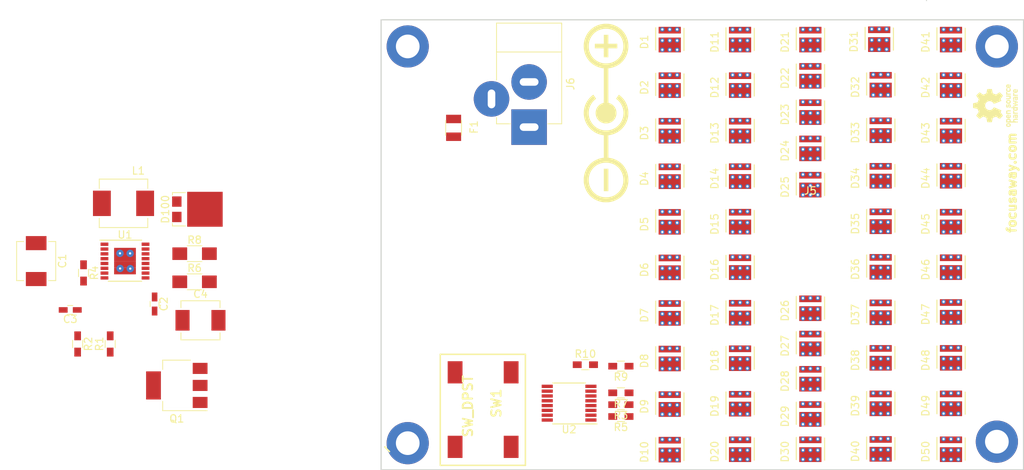
<source format=kicad_pcb>
(kicad_pcb (version 20170123) (host pcbnew no-vcs-found-01f5a12~58~ubuntu14.04.1)
  (layers (0 TOP.Cu signal) (1 In1.Cu signal) (2 In2.Cu signal) (31 BOT.Cu signal) (34 B.Paste user) (35 F.Paste user) (36 B.SilkS user) (37 F.SilkS user) (38 B.Mask user) (39 F.Mask user) (44 Edge.Cuts user))
  (net 0 "")
  (net 1 "Net-(D2-Pad1)")
  (net 2 "Net-(D3-Pad1)")
  (net 3 "Net-(D4-Pad1)")
  (net 4 "Net-(D5-Pad1)")
  (net 5 "Net-(D6-Pad1)")
  (net 6 "Net-(D7-Pad1)")
  (net 7 "Net-(D8-Pad1)")
  (net 8 "Net-(D10-Pad2)")
  (net 9 GND)
  (net 10 "Net-(U1-Pad9)")
  (net 11 "Net-(U1-Pad13)")
  (net 12 "Net-(D49-Pad1)")
  (net 13 "Net-(D48-Pad1)")
  (net 14 VLED)
  (net 15 "Net-(D24-Pad1)")
  (net 16 "Net-(D23-Pad1)")
  (net 17 "Net-(D12-Pad1)")
  (net 18 "Net-(D13-Pad1)")
  (net 19 "Net-(D14-Pad1)")
  (net 20 "Net-(D15-Pad1)")
  (net 21 "Net-(D16-Pad1)")
  (net 22 "Net-(D17-Pad1)")
  (net 23 "Net-(D18-Pad1)")
  (net 24 "Net-(D19-Pad1)")
  (net 25 "Net-(D22-Pad1)")
  (net 26 "Net-(D47-Pad1)")
  (net 27 "Net-(D46-Pad1)")
  (net 28 "Net-(D35-Pad1)")
  (net 29 "Net-(D36-Pad1)")
  (net 30 "Net-(D25-Pad1)")
  (net 31 "Net-(D26-Pad1)")
  (net 32 "Net-(D27-Pad1)")
  (net 33 "Net-(D28-Pad1)")
  (net 34 "Net-(D29-Pad1)")
  (net 35 "Net-(D32-Pad1)")
  (net 36 "Net-(D33-Pad1)")
  (net 37 "Net-(D34-Pad1)")
  (net 38 "Net-(D37-Pad1)")
  (net 39 "Net-(D38-Pad1)")
  (net 40 "Net-(D39-Pad1)")
  (net 41 "Net-(D42-Pad1)")
  (net 42 "Net-(D43-Pad1)")
  (net 43 "Net-(D44-Pad1)")
  (net 44 "Net-(D45-Pad1)")
  (net 45 "Net-(Q1-Pad3)")
  (net 46 "Net-(Q1-Pad1)")
  (net 47 "Net-(R1-Pad2)")
  (net 48 "Net-(R4-Pad1)")
  (net 49 Vin)
  (net 50 "Net-(C3-Pad1)")
  (net 51 "Net-(C2-Pad1)")
  (net 52 CTRL)
  (net 53 "Net-(D11-Pad1)")
  (net 54 "Net-(D1-Pad1)")
  (net 55 "Net-(D21-Pad1)")
  (net 56 "Net-(D31-Pad1)")
  (net 57 "Net-(D41-Pad1)")
  (net 58 "Net-(D100-Pad2)")
  (net 59 "Net-(J1-Pad1)")
  (net 60 "Net-(J2-Pad1)")
  (net 61 "Net-(J3-Pad1)")
  (net 62 "Net-(J4-Pad1)")
  (net 63 "Net-(J5-Pad1)")
  (net 64 Vref)
  (net 65 "Net-(U2-Pad1)")
  (net 66 "Net-(U2-Pad5)")
  (net 67 "Net-(U2-Pad6)")
  (net 68 "Net-(U2-Pad9)")
  (net 69 "Net-(U2-Pad10)")
  (net 70 "Net-(U2-Pad11)")
  (net 71 "Net-(U2-Pad12)")
  (net 72 "Net-(SW1-Pad1)")
  (net 73 "Net-(R9-Pad2)")
  (net 74 "Net-(R3-Pad2)")
  (net 75 "Net-(R5-Pad2)")
  (net 76 "Net-(R7-Pad2)")
  (net 77 "Net-(F1-Pad2)")
  (module lib:sw_push4p (layer TOP.Cu) (at 137 99.8 270)
    (fp_text reference SW1 (at -0.4 -2.572 270) (layer F.SilkS) (effects (font (size 1.27 1.27) (thickness 0.254))))
    (fp_text value SW_DPST (at 0 1.27 270) (layer F.SilkS) (effects (font (size 1.27 1.27) (thickness 0.254))))
    (pad 1 smd rect (at -4.572 -4.572 270) (size 3 2) (layers TOP.Cu F.Paste F.Mask) (net 72 "Net-(SW1-Pad1)"))
    (pad 4 smd rect (at 5.5 3 270) (size 3 2) (layers TOP.Cu F.Paste F.Mask) (net 64 Vref))
    (pad 2 smd rect (at -4.572 3 270) (size 3 2) (layers TOP.Cu F.Paste F.Mask) (net 64 Vref))
    (pad 3 smd rect (at 5.5 -4.572 270) (size 3 2) (layers TOP.Cu F.Paste F.Mask) (net 72 "Net-(SW1-Pad1)"))
  )
  (module Symbols:Polarity_Center_Positive_6mm_SilkScreen (layer TOP.Cu) (at 154.4 60.2 90)
    (fp_text reference J8 hide)
    (fp_text value label_power-in hide)
  )
  (module Fuse_Holders_and_Fuses:Fuse_SMD1206_Reflow (layer TOP.Cu) (at 133.8 62.2 270)
    (fp_text reference F1 (at -0.1 -2.75 270) (layer F.SilkS))
    (fp_text value Fuse)
    (pad 1 smd rect (at -1.2 0) (size 2.03 1.14) (layers TOP.Cu F.Paste F.Mask) (net 49 Vin))
    (pad 2 smd rect (at 1.2 0) (size 2.03 1.14) (layers TOP.Cu F.Paste F.Mask) (net 77 "Net-(F1-Pad2)"))
  )
  (module Symbols:OSHW-Logo_5.7x6mm_SilkScreen (layer TOP.Cu) (at 207 59.2 90)
    (fp_text reference J7 hide)
    (fp_text value "OPEN HARDWARE" hide)
  )
  (module lib:TSSOP-16-1EP_4.4x5mm_Pitch0.65mm-thermal (layer TOP.Cu) (at 89.4 80.2)
    (fp_text reference U1 (at 0 -3.55) (layer F.SilkS))
    (fp_text value LT3518EFE#PBF hide)
    (pad "" thru_hole circle (at -0.66 1) (size 1 1) (drill 0.3) (layers *.Cu *.Mask))
    (pad "" thru_hole circle (at 0.71 1.02) (size 1 1) (drill 0.3) (layers *.Cu *.Mask))
    (pad "" thru_hole circle (at 0.69 -1.04) (size 1 1) (drill 0.3) (layers *.Cu *.Mask))
    (pad "" thru_hole circle (at -0.68 -1.05) (size 1 1) (drill 0.3) (layers *.Cu *.Mask))
    (pad 1 smd rect (at -2.775 -2.275) (size 1.05 0.45) (layers TOP.Cu F.Paste F.Mask))
    (pad 2 smd rect (at -2.775 -1.625) (size 1.05 0.45) (layers TOP.Cu F.Paste F.Mask))
    (pad 3 smd rect (at -2.775 -0.975) (size 1.05 0.45) (layers TOP.Cu F.Paste F.Mask) (net 49 Vin))
    (pad 4 smd rect (at -2.775 -0.325) (size 1.05 0.45) (layers TOP.Cu F.Paste F.Mask) (net 49 Vin))
    (pad 5 smd rect (at -2.775 0.325) (size 1.05 0.45) (layers TOP.Cu F.Paste F.Mask) (net 64 Vref))
    (pad 6 smd rect (at -2.775 0.975) (size 1.05 0.45) (layers TOP.Cu F.Paste F.Mask) (net 48 "Net-(R4-Pad1)"))
    (pad 7 smd rect (at -2.775 1.625) (size 1.05 0.45) (layers TOP.Cu F.Paste F.Mask) (net 9 GND))
    (pad 8 smd rect (at -2.775 2.275) (size 1.05 0.45) (layers TOP.Cu F.Paste F.Mask) (net 50 "Net-(C3-Pad1)"))
    (pad 9 smd rect (at 2.775 2.275) (size 1.05 0.45) (layers TOP.Cu F.Paste F.Mask) (net 10 "Net-(U1-Pad9)"))
    (pad 10 smd rect (at 2.775 1.625) (size 1.05 0.45) (layers TOP.Cu F.Paste F.Mask) (net 52 CTRL))
    (pad 11 smd rect (at 2.775 0.975) (size 1.05 0.45) (layers TOP.Cu F.Paste F.Mask) (net 51 "Net-(C2-Pad1)"))
    (pad 12 smd rect (at 2.775 0.325) (size 1.05 0.45) (layers TOP.Cu F.Paste F.Mask) (net 47 "Net-(R1-Pad2)"))
    (pad 13 smd rect (at 2.775 -0.325) (size 1.05 0.45) (layers TOP.Cu F.Paste F.Mask) (net 11 "Net-(U1-Pad13)"))
    (pad 14 smd rect (at 2.775 -0.975) (size 1.05 0.45) (layers TOP.Cu F.Paste F.Mask) (net 46 "Net-(Q1-Pad1)"))
    (pad 15 smd rect (at 2.775 -1.625) (size 1.05 0.45) (layers TOP.Cu F.Paste F.Mask) (net 58 "Net-(D100-Pad2)"))
    (pad 16 smd rect (at 2.775 -2.275) (size 1.05 0.45) (layers TOP.Cu F.Paste F.Mask))
    (pad 17 smd rect (at 0.735 1.3425) (size 1.47 0.895) (layers TOP.Cu F.Paste F.Mask) (net 9 GND))
    (pad 17 smd rect (at 0.735 0.4475) (size 1.47 0.895) (layers TOP.Cu F.Paste F.Mask) (net 9 GND))
    (pad 17 smd rect (at 0.735 -0.4475) (size 1.47 0.895) (layers TOP.Cu F.Paste F.Mask) (net 9 GND))
    (pad 17 smd rect (at 0.735 -1.3425) (size 1.47 0.895) (layers TOP.Cu F.Paste F.Mask) (net 9 GND))
    (pad 17 smd rect (at -0.735 1.3425) (size 1.47 0.895) (layers TOP.Cu F.Paste F.Mask) (net 9 GND))
    (pad 17 smd rect (at -0.735 0.4475) (size 1.47 0.895) (layers TOP.Cu F.Paste F.Mask) (net 9 GND))
    (pad 17 smd rect (at -0.735 -0.4475) (size 1.47 0.895) (layers TOP.Cu F.Paste F.Mask) (net 9 GND))
    (pad 17 smd rect (at -0.735 -1.3425) (size 1.47 0.895) (layers TOP.Cu F.Paste F.Mask) (net 9 GND))
  )
  (module Resistors_SMD:R_0603_HandSoldering (layer TOP.Cu) (at 151.6 94.2)
    (fp_text reference R10 (at 0 -1.45) (layer F.SilkS))
    (fp_text value 16.2k)
    (pad 1 smd rect (at -1.1 0) (size 1.2 0.9) (layers TOP.Cu F.Paste F.Mask) (net 9 GND))
    (pad 2 smd rect (at 1.1 0) (size 1.2 0.9) (layers TOP.Cu F.Paste F.Mask) (net 52 CTRL))
  )
  (module Housings_SSOP:TSSOP-16_4.4x5mm_Pitch0.65mm (layer TOP.Cu) (at 149.4 99.4 180)
    (fp_text reference U2 (at 0 -3.55 180) (layer F.SilkS))
    (fp_text value 74HC4017PW hide)
    (pad 1 smd rect (at -2.95 -2.275 180) (size 1.5 0.45) (layers TOP.Cu F.Paste F.Mask) (net 65 "Net-(U2-Pad1)"))
    (pad 2 smd rect (at -2.95 -1.625 180) (size 1.5 0.45) (layers TOP.Cu F.Paste F.Mask) (net 75 "Net-(R5-Pad2)"))
    (pad 3 smd rect (at -2.95 -0.975 180) (size 1.5 0.45) (layers TOP.Cu F.Paste F.Mask) (net 74 "Net-(R3-Pad2)"))
    (pad 4 smd rect (at -2.95 -0.325 180) (size 1.5 0.45) (layers TOP.Cu F.Paste F.Mask) (net 76 "Net-(R7-Pad2)"))
    (pad 5 smd rect (at -2.95 0.325 180) (size 1.5 0.45) (layers TOP.Cu F.Paste F.Mask) (net 66 "Net-(U2-Pad5)"))
    (pad 6 smd rect (at -2.95 0.975 180) (size 1.5 0.45) (layers TOP.Cu F.Paste F.Mask) (net 67 "Net-(U2-Pad6)"))
    (pad 7 smd rect (at -2.95 1.625 180) (size 1.5 0.45) (layers TOP.Cu F.Paste F.Mask) (net 73 "Net-(R9-Pad2)"))
    (pad 8 smd rect (at -2.95 2.275 180) (size 1.5 0.45) (layers TOP.Cu F.Paste F.Mask) (net 9 GND))
    (pad 9 smd rect (at 2.95 2.275 180) (size 1.5 0.45) (layers TOP.Cu F.Paste F.Mask) (net 68 "Net-(U2-Pad9)"))
    (pad 10 smd rect (at 2.95 1.625 180) (size 1.5 0.45) (layers TOP.Cu F.Paste F.Mask) (net 69 "Net-(U2-Pad10)"))
    (pad 11 smd rect (at 2.95 0.975 180) (size 1.5 0.45) (layers TOP.Cu F.Paste F.Mask) (net 70 "Net-(U2-Pad11)"))
    (pad 12 smd rect (at 2.95 0.325 180) (size 1.5 0.45) (layers TOP.Cu F.Paste F.Mask) (net 71 "Net-(U2-Pad12)"))
    (pad 13 smd rect (at 2.95 -0.325 180) (size 1.5 0.45) (layers TOP.Cu F.Paste F.Mask) (net 9 GND))
    (pad 14 smd rect (at 2.95 -0.975 180) (size 1.5 0.45) (layers TOP.Cu F.Paste F.Mask) (net 72 "Net-(SW1-Pad1)"))
    (pad 15 smd rect (at 2.95 -1.625 180) (size 1.5 0.45) (layers TOP.Cu F.Paste F.Mask) (net 69 "Net-(U2-Pad10)"))
    (pad 16 smd rect (at 2.95 -2.275 180) (size 1.5 0.45) (layers TOP.Cu F.Paste F.Mask) (net 64 Vref))
  )
  (module Connectors:JACK_ALIM (layer TOP.Cu) (at 144 62.1 270)
    (fp_text reference J6 (at -5.84 -5.59 270) (layer F.SilkS))
    (fp_text value BARREL_JACK hide)
    (pad 2 thru_hole circle (at -6.1 0 270) (size 4.8 4.8) (drill oval 1.02 2.54) (layers *.Cu *.Mask) (net 9 GND))
    (pad 1 thru_hole rect (at 0 0 270) (size 4.8 4.8) (drill oval 1.02 2.54) (layers *.Cu *.Mask) (net 77 "Net-(F1-Pad2)"))
    (pad 3 thru_hole circle (at -3.81 5.08 270) (size 4.8 4.8) (drill oval 2.54 1.02) (layers *.Cu *.Mask) (net 9 GND))
  )
  (module Mounting_Holes:MountingHole_6.5mm (layer TOP.Cu) (at 182 78.2)
    (fp_text reference J5 (at 0 -7.5) (layer F.SilkS))
    (fp_text value "umbrella support")
    (pad 1 np_thru_hole circle (at 0 0) (size 6.5 6.5) (drill 6.5) (layers *.Cu *.Mask) (net 63 "Net-(J5-Pad1)"))
  )
  (module lib:LED-3030 (layer TOP.Cu) (at 163 56.055555 90)
    (fp_text reference D2 (at -0.7 -3.425 90) (layer F.SilkS))
    (fp_text value LED hide)
    (pad 2 smd rect (at 0.9 0 90) (size 0.9 3) (layers TOP.Cu F.Paste F.Mask) (net 54 "Net-(D1-Pad1)"))
    (pad 1 smd rect (at -1.1 0 90) (size 2 3) (layers TOP.Cu F.Paste F.Mask) (net 1 "Net-(D2-Pad1)"))
    (pad "" thru_hole circle (at 1 -1 90) (size 0.6 0.6) (drill 0.3) (layers *.Cu *.Mask))
    (pad "" thru_hole circle (at 1 1 90) (size 0.6 0.6) (drill 0.3) (layers *.Cu *.Mask))
    (pad "" thru_hole circle (at 1 0 90) (size 0.6 0.6) (drill 0.3) (layers *.Cu *.Mask))
    (pad "" thru_hole circle (at -1.75 -1 90) (size 0.6 0.6) (drill 0.3) (layers *.Cu *.Mask))
    (pad "" thru_hole circle (at -0.5 -1 90) (size 0.6 0.6) (drill 0.3) (layers *.Cu *.Mask))
    (pad "" thru_hole circle (at -1.75 1 90) (size 0.6 0.6) (drill 0.3) (layers *.Cu *.Mask))
    (pad "" thru_hole circle (at -0.5 1 90) (size 0.6 0.6) (drill 0.3) (layers *.Cu *.Mask))
    (pad "" thru_hole circle (at -0.5 0 90) (size 0.6 0.6) (drill 0.3) (layers *.Cu *.Mask))
    (pad "" thru_hole circle (at -1.75 0 90) (size 0.6 0.6) (drill 0.3) (layers *.Cu *.Mask))
  )
  (module lib:LED-3030 (layer TOP.Cu) (at 201 49.9 90)
    (fp_text reference D41 (at -0.7 -3.425 90) (layer F.SilkS))
    (fp_text value LED)
    (pad 2 smd rect (at 0.9 0 90) (size 0.9 3) (layers TOP.Cu F.Paste F.Mask) (net 14 VLED))
    (pad 1 smd rect (at -1.1 0 90) (size 2 3) (layers TOP.Cu F.Paste F.Mask) (net 57 "Net-(D41-Pad1)"))
    (pad "" thru_hole circle (at 1 -1 90) (size 0.6 0.6) (drill 0.3) (layers *.Cu *.Mask))
    (pad "" thru_hole circle (at 1 1 90) (size 0.6 0.6) (drill 0.3) (layers *.Cu *.Mask))
    (pad "" thru_hole circle (at 1 0 90) (size 0.6 0.6) (drill 0.3) (layers *.Cu *.Mask))
    (pad "" thru_hole circle (at -1.75 -1 90) (size 0.6 0.6) (drill 0.3) (layers *.Cu *.Mask))
    (pad "" thru_hole circle (at -0.5 -1 90) (size 0.6 0.6) (drill 0.3) (layers *.Cu *.Mask))
    (pad "" thru_hole circle (at -1.75 1 90) (size 0.6 0.6) (drill 0.3) (layers *.Cu *.Mask))
    (pad "" thru_hole circle (at -0.5 1 90) (size 0.6 0.6) (drill 0.3) (layers *.Cu *.Mask))
    (pad "" thru_hole circle (at -0.5 0 90) (size 0.6 0.6) (drill 0.3) (layers *.Cu *.Mask))
    (pad "" thru_hole circle (at -1.75 0 90) (size 0.6 0.6) (drill 0.3) (layers *.Cu *.Mask))
  )
  (module lib:LED-3030 (layer TOP.Cu) (at 191.3 49.85 90)
    (fp_text reference D31 (at -0.7 -3.425 90) (layer F.SilkS))
    (fp_text value LED)
    (pad 2 smd rect (at 0.9 0 90) (size 0.9 3) (layers TOP.Cu F.Paste F.Mask) (net 14 VLED))
    (pad 1 smd rect (at -1.1 0 90) (size 2 3) (layers TOP.Cu F.Paste F.Mask) (net 56 "Net-(D31-Pad1)"))
    (pad "" thru_hole circle (at 1 -1 90) (size 0.6 0.6) (drill 0.3) (layers *.Cu *.Mask))
    (pad "" thru_hole circle (at 1 1 90) (size 0.6 0.6) (drill 0.3) (layers *.Cu *.Mask))
    (pad "" thru_hole circle (at 1 0 90) (size 0.6 0.6) (drill 0.3) (layers *.Cu *.Mask))
    (pad "" thru_hole circle (at -1.75 -1 90) (size 0.6 0.6) (drill 0.3) (layers *.Cu *.Mask))
    (pad "" thru_hole circle (at -0.5 -1 90) (size 0.6 0.6) (drill 0.3) (layers *.Cu *.Mask))
    (pad "" thru_hole circle (at -1.75 1 90) (size 0.6 0.6) (drill 0.3) (layers *.Cu *.Mask))
    (pad "" thru_hole circle (at -0.5 1 90) (size 0.6 0.6) (drill 0.3) (layers *.Cu *.Mask))
    (pad "" thru_hole circle (at -0.5 0 90) (size 0.6 0.6) (drill 0.3) (layers *.Cu *.Mask))
    (pad "" thru_hole circle (at -1.75 0 90) (size 0.6 0.6) (drill 0.3) (layers *.Cu *.Mask))
  )
  (module lib:LED-3030 (layer TOP.Cu) (at 182 49.9 90)
    (fp_text reference D21 (at -0.7 -3.425 90) (layer F.SilkS))
    (fp_text value LED)
    (pad 2 smd rect (at 0.9 0 90) (size 0.9 3) (layers TOP.Cu F.Paste F.Mask) (net 14 VLED))
    (pad 1 smd rect (at -1.1 0 90) (size 2 3) (layers TOP.Cu F.Paste F.Mask) (net 55 "Net-(D21-Pad1)"))
    (pad "" thru_hole circle (at 1 -1 90) (size 0.6 0.6) (drill 0.3) (layers *.Cu *.Mask))
    (pad "" thru_hole circle (at 1 1 90) (size 0.6 0.6) (drill 0.3) (layers *.Cu *.Mask))
    (pad "" thru_hole circle (at 1 0 90) (size 0.6 0.6) (drill 0.3) (layers *.Cu *.Mask))
    (pad "" thru_hole circle (at -1.75 -1 90) (size 0.6 0.6) (drill 0.3) (layers *.Cu *.Mask))
    (pad "" thru_hole circle (at -0.5 -1 90) (size 0.6 0.6) (drill 0.3) (layers *.Cu *.Mask))
    (pad "" thru_hole circle (at -1.75 1 90) (size 0.6 0.6) (drill 0.3) (layers *.Cu *.Mask))
    (pad "" thru_hole circle (at -0.5 1 90) (size 0.6 0.6) (drill 0.3) (layers *.Cu *.Mask))
    (pad "" thru_hole circle (at -0.5 0 90) (size 0.6 0.6) (drill 0.3) (layers *.Cu *.Mask))
    (pad "" thru_hole circle (at -1.75 0 90) (size 0.6 0.6) (drill 0.3) (layers *.Cu *.Mask))
  )
  (module lib:LED-3030 (layer TOP.Cu) (at 172.5 49.9 90)
    (fp_text reference D11 (at -0.7 -3.425 90) (layer F.SilkS))
    (fp_text value LED)
    (pad 2 smd rect (at 0.9 0 90) (size 0.9 3) (layers TOP.Cu F.Paste F.Mask) (net 14 VLED))
    (pad 1 smd rect (at -1.1 0 90) (size 2 3) (layers TOP.Cu F.Paste F.Mask) (net 53 "Net-(D11-Pad1)"))
    (pad "" thru_hole circle (at 1 -1 90) (size 0.6 0.6) (drill 0.3) (layers *.Cu *.Mask))
    (pad "" thru_hole circle (at 1 1 90) (size 0.6 0.6) (drill 0.3) (layers *.Cu *.Mask))
    (pad "" thru_hole circle (at 1 0 90) (size 0.6 0.6) (drill 0.3) (layers *.Cu *.Mask))
    (pad "" thru_hole circle (at -1.75 -1 90) (size 0.6 0.6) (drill 0.3) (layers *.Cu *.Mask))
    (pad "" thru_hole circle (at -0.5 -1 90) (size 0.6 0.6) (drill 0.3) (layers *.Cu *.Mask))
    (pad "" thru_hole circle (at -1.75 1 90) (size 0.6 0.6) (drill 0.3) (layers *.Cu *.Mask))
    (pad "" thru_hole circle (at -0.5 1 90) (size 0.6 0.6) (drill 0.3) (layers *.Cu *.Mask))
    (pad "" thru_hole circle (at -0.5 0 90) (size 0.6 0.6) (drill 0.3) (layers *.Cu *.Mask))
    (pad "" thru_hole circle (at -1.75 0 90) (size 0.6 0.6) (drill 0.3) (layers *.Cu *.Mask))
  )
  (module lib:LED-3030 (layer TOP.Cu) (at 163 49.9 90)
    (fp_text reference D1 (at -0.7 -3.425 90) (layer F.SilkS))
    (fp_text value LED hide)
    (pad 2 smd rect (at 0.9 0 90) (size 0.9 3) (layers TOP.Cu F.Paste F.Mask) (net 14 VLED))
    (pad 1 smd rect (at -1.1 0 90) (size 2 3) (layers TOP.Cu F.Paste F.Mask) (net 54 "Net-(D1-Pad1)"))
    (pad "" thru_hole circle (at 1 -1 90) (size 0.6 0.6) (drill 0.3) (layers *.Cu *.Mask))
    (pad "" thru_hole circle (at 1 1 90) (size 0.6 0.6) (drill 0.3) (layers *.Cu *.Mask))
    (pad "" thru_hole circle (at 1 0 90) (size 0.6 0.6) (drill 0.3) (layers *.Cu *.Mask))
    (pad "" thru_hole circle (at -1.75 -1 90) (size 0.6 0.6) (drill 0.3) (layers *.Cu *.Mask))
    (pad "" thru_hole circle (at -0.5 -1 90) (size 0.6 0.6) (drill 0.3) (layers *.Cu *.Mask))
    (pad "" thru_hole circle (at -1.75 1 90) (size 0.6 0.6) (drill 0.3) (layers *.Cu *.Mask))
    (pad "" thru_hole circle (at -0.5 1 90) (size 0.6 0.6) (drill 0.3) (layers *.Cu *.Mask))
    (pad "" thru_hole circle (at -0.5 0 90) (size 0.6 0.6) (drill 0.3) (layers *.Cu *.Mask))
    (pad "" thru_hole circle (at -1.75 0 90) (size 0.6 0.6) (drill 0.3) (layers *.Cu *.Mask))
  )
  (module Mounting_Holes:MountingHole_3.2mm_M3_ISO7380_Pad (layer TOP.Cu) (at 207.2 51.2)
    (fp_text reference J4 hide)
    (fp_text value "hole 1" hide)
    (pad 1 thru_hole circle (at 0 0) (size 5.7 5.7) (drill 3.2) (layers *.Cu *.Mask) (net 62 "Net-(J4-Pad1)"))
  )
  (module Mounting_Holes:MountingHole_3.2mm_M3_ISO7380_Pad (layer TOP.Cu) (at 207.2 104.6)
    (fp_text reference J3 hide)
    (fp_text value "hole 1" hide)
    (pad 1 thru_hole circle (at 0 0) (size 5.7 5.7) (drill 3.2) (layers *.Cu *.Mask) (net 61 "Net-(J3-Pad1)"))
  )
  (module Mounting_Holes:MountingHole_3.2mm_M3_ISO7380_Pad (layer TOP.Cu) (at 127.6 104.8)
    (fp_text reference J2 hide)
    (fp_text value "hole 1" hide)
    (pad 1 thru_hole circle (at 0 0) (size 5.7 5.7) (drill 3.2) (layers *.Cu *.Mask) (net 60 "Net-(J2-Pad1)"))
  )
  (module Mounting_Holes:MountingHole_3.2mm_M3_ISO7380_Pad (layer TOP.Cu) (at 127.6 51.2)
    (fp_text reference J1 hide)
    (fp_text value "hole 1" hide)
    (pad 1 thru_hole circle (at 0 0) (size 5.7 5.7) (drill 3.2) (layers *.Cu *.Mask) (net 59 "Net-(J1-Pad1)"))
  )
  (module Resistors_SMD:R_0603_HandSoldering (layer TOP.Cu) (at 156.4 101.2 180)
    (fp_text reference R5 (at 0 -1.45 180) (layer F.SilkS))
    (fp_text value 20k)
    (pad 2 smd rect (at 1.1 0 180) (size 1.2 0.9) (layers TOP.Cu F.Paste F.Mask) (net 75 "Net-(R5-Pad2)"))
    (pad 1 smd rect (at -1.1 0 180) (size 1.2 0.9) (layers TOP.Cu F.Paste F.Mask) (net 52 CTRL))
  )
  (module Resistors_SMD:R_1206_HandSoldering (layer TOP.Cu) (at 98.8 83)
    (fp_text reference R6 (at 0 -1.85) (layer F.SilkS))
    (fp_text value 100m)
    (pad 2 smd rect (at 2 0) (size 2 1.7) (layers TOP.Cu F.Paste F.Mask) (net 45 "Net-(Q1-Pad3)"))
    (pad 1 smd rect (at -2 0) (size 2 1.7) (layers TOP.Cu F.Paste F.Mask) (net 14 VLED))
  )
  (module TO_SOT_Packages_SMD:TO-277A (layer TOP.Cu) (at 98.3 73.2 90)
    (fp_text reference D100 (at 0 -3.45 -90) (layer F.SilkS))
    (fp_text value SS3P4LHM3_A/H hide)
    (pad 2 smd rect (at 1.04 -1.9 270) (size 1.4 1.27) (layers TOP.Cu F.Paste F.Mask) (net 58 "Net-(D100-Pad2)"))
    (pad 3 smd rect (at 0 1.9 270) (size 4.72 4.8) (layers TOP.Cu F.Paste F.Mask))
    (pad 1 smd rect (at -1.04 -1.9 270) (size 1.4 1.27) (layers TOP.Cu F.Paste F.Mask) (net 14 VLED))
  )
  (module Resistors_SMD:R_0603_HandSoldering (layer TOP.Cu) (at 156.4 98 180)
    (fp_text reference R7 (at 0 -1.45 180) (layer F.SilkS))
    (fp_text value 30k)
    (pad 2 smd rect (at 1.1 0 180) (size 1.2 0.9) (layers TOP.Cu F.Paste F.Mask) (net 76 "Net-(R7-Pad2)"))
    (pad 1 smd rect (at -1.1 0 180) (size 1.2 0.9) (layers TOP.Cu F.Paste F.Mask) (net 52 CTRL))
  )
  (module Resistors_SMD:R_0603_HandSoldering (layer TOP.Cu) (at 156.4 94.4 180)
    (fp_text reference R9 (at 0 -1.45 180) (layer F.SilkS))
    (fp_text value 40k)
    (pad 2 smd rect (at 1.1 0 180) (size 1.2 0.9) (layers TOP.Cu F.Paste F.Mask) (net 73 "Net-(R9-Pad2)"))
    (pad 1 smd rect (at -1.1 0 180) (size 1.2 0.9) (layers TOP.Cu F.Paste F.Mask) (net 52 CTRL))
  )
  (module Resistors_SMD:R_1206_HandSoldering (layer TOP.Cu) (at 98.8 79.2)
    (fp_text reference R8 (at 0 -1.85) (layer F.SilkS))
    (fp_text value 100m)
    (pad 2 smd rect (at 2 0) (size 2 1.7) (layers TOP.Cu F.Paste F.Mask) (net 45 "Net-(Q1-Pad3)"))
    (pad 1 smd rect (at -2 0) (size 2 1.7) (layers TOP.Cu F.Paste F.Mask) (net 14 VLED))
  )
  (module Capacitors_SMD:C_0603_HandSoldering (layer TOP.Cu) (at 93.4 86 270)
    (fp_text reference C2 (at 0 -1.25 270) (layer F.SilkS))
    (fp_text value 0.1uF)
    (pad 2 smd rect (at 0.95 0 270) (size 1.2 0.75) (layers TOP.Cu F.Paste F.Mask) (net 9 GND))
    (pad 1 smd rect (at -0.95 0 270) (size 1.2 0.75) (layers TOP.Cu F.Paste F.Mask) (net 51 "Net-(C2-Pad1)"))
  )
  (module Capacitors_SMD:C_0603_HandSoldering (layer TOP.Cu) (at 82 86.8 180)
    (fp_text reference C3 (at 0 -1.25 180) (layer F.SilkS))
    (fp_text value 0.1uF)
    (pad 2 smd rect (at 0.95 0 180) (size 1.2 0.75) (layers TOP.Cu F.Paste F.Mask) (net 9 GND))
    (pad 1 smd rect (at -0.95 0 180) (size 1.2 0.75) (layers TOP.Cu F.Paste F.Mask) (net 50 "Net-(C3-Pad1)"))
  )
  (module Inductors_SMD:L_Vishay_IHLP-2020 (layer TOP.Cu) (at 77.4 80.2 270)
    (fp_text reference C1 (at 0 -3.54 270) (layer F.SilkS))
    (fp_text value 10uF)
    (pad 2 smd rect (at 2.4265 0 270) (size 1.903 2.79) (layers TOP.Cu F.Paste F.Mask) (net 9 GND))
    (pad 1 smd rect (at -2.4265 0 270) (size 1.903 2.79) (layers TOP.Cu F.Paste F.Mask) (net 49 Vin))
  )
  (module Inductors_SMD:L_Vishay_IHLP-2020 (layer TOP.Cu) (at 99.6 88.2)
    (fp_text reference C4 (at 0 -3.54) (layer F.SilkS))
    (fp_text value 10uF)
    (pad 2 smd rect (at 2.4265 0) (size 1.903 2.79) (layers TOP.Cu F.Paste F.Mask) (net 9 GND))
    (pad 1 smd rect (at -2.4265 0) (size 1.903 2.79) (layers TOP.Cu F.Paste F.Mask) (net 14 VLED))
  )
  (module Inductors_SMD:L_Vishay_IHLP-2525 (layer TOP.Cu) (at 89.2 72.4)
    (fp_text reference L1 (at 2 -4.4) (layer F.SilkS))
    (fp_text value 10uH)
    (pad 2 smd rect (at 2.921 0) (size 2.413 3.429) (layers TOP.Cu F.Paste F.Mask) (net 58 "Net-(D100-Pad2)"))
    (pad 1 smd rect (at -2.921 0) (size 2.413 3.429) (layers TOP.Cu F.Paste F.Mask) (net 49 Vin))
  )
  (module Resistors_SMD:R_0603_HandSoldering (layer TOP.Cu) (at 83.8 81.8 270)
    (fp_text reference R4 (at 0 -1.45 270) (layer F.SilkS))
    (fp_text value 16.2k)
    (pad 2 smd rect (at 1.1 0 270) (size 1.2 0.9) (layers TOP.Cu F.Paste F.Mask) (net 9 GND))
    (pad 1 smd rect (at -1.1 0 270) (size 1.2 0.9) (layers TOP.Cu F.Paste F.Mask) (net 48 "Net-(R4-Pad1)"))
  )
  (module Resistors_SMD:R_0603_HandSoldering (layer TOP.Cu) (at 156.4 99.6 180)
    (fp_text reference R3 (at 0 -1.45 180) (layer F.SilkS))
    (fp_text value 16.2k)
    (pad 2 smd rect (at 1.1 0 180) (size 1.2 0.9) (layers TOP.Cu F.Paste F.Mask) (net 74 "Net-(R3-Pad2)"))
    (pad 1 smd rect (at -1.1 0 180) (size 1.2 0.9) (layers TOP.Cu F.Paste F.Mask) (net 52 CTRL))
  )
  (module Resistors_SMD:R_0603_HandSoldering (layer TOP.Cu) (at 83 91.4 270)
    (fp_text reference R2 (at 0 -1.45 270) (layer F.SilkS))
    (fp_text value 30.1k)
    (pad 2 smd rect (at 1.1 0 270) (size 1.2 0.9) (layers TOP.Cu F.Paste F.Mask) (net 9 GND))
    (pad 1 smd rect (at -1.1 0 270) (size 1.2 0.9) (layers TOP.Cu F.Paste F.Mask) (net 47 "Net-(R1-Pad2)"))
  )
  (module Resistors_SMD:R_0603_HandSoldering (layer TOP.Cu) (at 87.4 91.4 90)
    (fp_text reference R1 (at 0 -1.45 90) (layer F.SilkS))
    (fp_text value 1M)
    (pad 2 smd rect (at 1.1 0 90) (size 1.2 0.9) (layers TOP.Cu F.Paste F.Mask) (net 47 "Net-(R1-Pad2)"))
    (pad 1 smd rect (at -1.1 0 90) (size 1.2 0.9) (layers TOP.Cu F.Paste F.Mask) (net 14 VLED))
  )
  (module TO_SOT_Packages_SMD:SOT-223 (layer TOP.Cu) (at 96.4 97 180)
    (fp_text reference Q1 (at 0 -4.5 180) (layer F.SilkS))
    (fp_text value ZXMP6A13GTA hide)
    (pad 1 smd rect (at -3.15 -2.3 180) (size 2 1.5) (layers TOP.Cu F.Paste F.Mask) (net 46 "Net-(Q1-Pad1)"))
    (pad 3 smd rect (at -3.15 2.3 180) (size 2 1.5) (layers TOP.Cu F.Paste F.Mask) (net 45 "Net-(Q1-Pad3)"))
    (pad 2 smd rect (at -3.15 0 180) (size 2 1.5) (layers TOP.Cu F.Paste F.Mask) (net 9 GND))
    (pad 4 smd rect (at 3.15 0 180) (size 2 3.8) (layers TOP.Cu F.Paste F.Mask) (net 9 GND))
  )
  (module lib:LED-3030 (layer TOP.Cu) (at 182 59.7 90)
    (fp_text reference D23 (at -0.7 -3.425 90) (layer F.SilkS))
    (fp_text value LED)
    (pad 2 smd rect (at 0.9 0 90) (size 0.9 3) (layers TOP.Cu F.Paste F.Mask) (net 25 "Net-(D22-Pad1)"))
    (pad 1 smd rect (at -1.1 0 90) (size 2 3) (layers TOP.Cu F.Paste F.Mask) (net 16 "Net-(D23-Pad1)"))
    (pad "" thru_hole circle (at 1 -1 90) (size 0.6 0.6) (drill 0.3) (layers *.Cu *.Mask))
    (pad "" thru_hole circle (at 1 1 90) (size 0.6 0.6) (drill 0.3) (layers *.Cu *.Mask))
    (pad "" thru_hole circle (at 1 0 90) (size 0.6 0.6) (drill 0.3) (layers *.Cu *.Mask))
    (pad "" thru_hole circle (at -1.75 -1 90) (size 0.6 0.6) (drill 0.3) (layers *.Cu *.Mask))
    (pad "" thru_hole circle (at -0.5 -1 90) (size 0.6 0.6) (drill 0.3) (layers *.Cu *.Mask))
    (pad "" thru_hole circle (at -1.75 1 90) (size 0.6 0.6) (drill 0.3) (layers *.Cu *.Mask))
    (pad "" thru_hole circle (at -0.5 1 90) (size 0.6 0.6) (drill 0.3) (layers *.Cu *.Mask))
    (pad "" thru_hole circle (at -0.5 0 90) (size 0.6 0.6) (drill 0.3) (layers *.Cu *.Mask))
    (pad "" thru_hole circle (at -1.75 0 90) (size 0.6 0.6) (drill 0.3) (layers *.Cu *.Mask))
  )
  (module lib:LED-3030 (layer TOP.Cu) (at 201 92.9 90)
    (fp_text reference D48 (at -0.7 -3.425 90) (layer F.SilkS))
    (fp_text value LED)
    (pad 2 smd rect (at 0.9 0 90) (size 0.9 3) (layers TOP.Cu F.Paste F.Mask) (net 26 "Net-(D47-Pad1)"))
    (pad 1 smd rect (at -1.1 0 90) (size 2 3) (layers TOP.Cu F.Paste F.Mask) (net 13 "Net-(D48-Pad1)"))
    (pad "" thru_hole circle (at 1 -1 90) (size 0.6 0.6) (drill 0.3) (layers *.Cu *.Mask))
    (pad "" thru_hole circle (at 1 1 90) (size 0.6 0.6) (drill 0.3) (layers *.Cu *.Mask))
    (pad "" thru_hole circle (at 1 0 90) (size 0.6 0.6) (drill 0.3) (layers *.Cu *.Mask))
    (pad "" thru_hole circle (at -1.75 -1 90) (size 0.6 0.6) (drill 0.3) (layers *.Cu *.Mask))
    (pad "" thru_hole circle (at -0.5 -1 90) (size 0.6 0.6) (drill 0.3) (layers *.Cu *.Mask))
    (pad "" thru_hole circle (at -1.75 1 90) (size 0.6 0.6) (drill 0.3) (layers *.Cu *.Mask))
    (pad "" thru_hole circle (at -0.5 1 90) (size 0.6 0.6) (drill 0.3) (layers *.Cu *.Mask))
    (pad "" thru_hole circle (at -0.5 0 90) (size 0.6 0.6) (drill 0.3) (layers *.Cu *.Mask))
    (pad "" thru_hole circle (at -1.75 0 90) (size 0.6 0.6) (drill 0.3) (layers *.Cu *.Mask))
  )
  (module lib:LED-3030 (layer TOP.Cu) (at 201 80.65 90)
    (fp_text reference D46 (at -0.7 -3.425 90) (layer F.SilkS))
    (fp_text value LED)
    (pad 2 smd rect (at 0.9 0 90) (size 0.9 3) (layers TOP.Cu F.Paste F.Mask) (net 44 "Net-(D45-Pad1)"))
    (pad 1 smd rect (at -1.1 0 90) (size 2 3) (layers TOP.Cu F.Paste F.Mask) (net 27 "Net-(D46-Pad1)"))
    (pad "" thru_hole circle (at 1 -1 90) (size 0.6 0.6) (drill 0.3) (layers *.Cu *.Mask))
    (pad "" thru_hole circle (at 1 1 90) (size 0.6 0.6) (drill 0.3) (layers *.Cu *.Mask))
    (pad "" thru_hole circle (at 1 0 90) (size 0.6 0.6) (drill 0.3) (layers *.Cu *.Mask))
    (pad "" thru_hole circle (at -1.75 -1 90) (size 0.6 0.6) (drill 0.3) (layers *.Cu *.Mask))
    (pad "" thru_hole circle (at -0.5 -1 90) (size 0.6 0.6) (drill 0.3) (layers *.Cu *.Mask))
    (pad "" thru_hole circle (at -1.75 1 90) (size 0.6 0.6) (drill 0.3) (layers *.Cu *.Mask))
    (pad "" thru_hole circle (at -0.5 1 90) (size 0.6 0.6) (drill 0.3) (layers *.Cu *.Mask))
    (pad "" thru_hole circle (at -0.5 0 90) (size 0.6 0.6) (drill 0.3) (layers *.Cu *.Mask))
    (pad "" thru_hole circle (at -1.75 0 90) (size 0.6 0.6) (drill 0.3) (layers *.Cu *.Mask))
  )
  (module lib:LED-3030 (layer TOP.Cu) (at 201 74.5 90)
    (fp_text reference D45 (at -0.7 -3.425 90) (layer F.SilkS))
    (fp_text value LED)
    (pad 2 smd rect (at 0.9 0 90) (size 0.9 3) (layers TOP.Cu F.Paste F.Mask) (net 43 "Net-(D44-Pad1)"))
    (pad 1 smd rect (at -1.1 0 90) (size 2 3) (layers TOP.Cu F.Paste F.Mask) (net 44 "Net-(D45-Pad1)"))
    (pad "" thru_hole circle (at 1 -1 90) (size 0.6 0.6) (drill 0.3) (layers *.Cu *.Mask))
    (pad "" thru_hole circle (at 1 1 90) (size 0.6 0.6) (drill 0.3) (layers *.Cu *.Mask))
    (pad "" thru_hole circle (at 1 0 90) (size 0.6 0.6) (drill 0.3) (layers *.Cu *.Mask))
    (pad "" thru_hole circle (at -1.75 -1 90) (size 0.6 0.6) (drill 0.3) (layers *.Cu *.Mask))
    (pad "" thru_hole circle (at -0.5 -1 90) (size 0.6 0.6) (drill 0.3) (layers *.Cu *.Mask))
    (pad "" thru_hole circle (at -1.75 1 90) (size 0.6 0.6) (drill 0.3) (layers *.Cu *.Mask))
    (pad "" thru_hole circle (at -0.5 1 90) (size 0.6 0.6) (drill 0.3) (layers *.Cu *.Mask))
    (pad "" thru_hole circle (at -0.5 0 90) (size 0.6 0.6) (drill 0.3) (layers *.Cu *.Mask))
    (pad "" thru_hole circle (at -1.75 0 90) (size 0.6 0.6) (drill 0.3) (layers *.Cu *.Mask))
  )
  (module lib:LED-3030 (layer TOP.Cu) (at 201 68.3 90)
    (fp_text reference D44 (at -0.7 -3.425 90) (layer F.SilkS))
    (fp_text value LED)
    (pad 2 smd rect (at 0.9 0 90) (size 0.9 3) (layers TOP.Cu F.Paste F.Mask) (net 42 "Net-(D43-Pad1)"))
    (pad 1 smd rect (at -1.1 0 90) (size 2 3) (layers TOP.Cu F.Paste F.Mask) (net 43 "Net-(D44-Pad1)"))
    (pad "" thru_hole circle (at 1 -1 90) (size 0.6 0.6) (drill 0.3) (layers *.Cu *.Mask))
    (pad "" thru_hole circle (at 1 1 90) (size 0.6 0.6) (drill 0.3) (layers *.Cu *.Mask))
    (pad "" thru_hole circle (at 1 0 90) (size 0.6 0.6) (drill 0.3) (layers *.Cu *.Mask))
    (pad "" thru_hole circle (at -1.75 -1 90) (size 0.6 0.6) (drill 0.3) (layers *.Cu *.Mask))
    (pad "" thru_hole circle (at -0.5 -1 90) (size 0.6 0.6) (drill 0.3) (layers *.Cu *.Mask))
    (pad "" thru_hole circle (at -1.75 1 90) (size 0.6 0.6) (drill 0.3) (layers *.Cu *.Mask))
    (pad "" thru_hole circle (at -0.5 1 90) (size 0.6 0.6) (drill 0.3) (layers *.Cu *.Mask))
    (pad "" thru_hole circle (at -0.5 0 90) (size 0.6 0.6) (drill 0.3) (layers *.Cu *.Mask))
    (pad "" thru_hole circle (at -1.75 0 90) (size 0.6 0.6) (drill 0.3) (layers *.Cu *.Mask))
  )
  (module lib:LED-3030 (layer TOP.Cu) (at 201 62.2 90)
    (fp_text reference D43 (at -0.7 -3.425 90) (layer F.SilkS))
    (fp_text value LED)
    (pad 2 smd rect (at 0.9 0 90) (size 0.9 3) (layers TOP.Cu F.Paste F.Mask) (net 41 "Net-(D42-Pad1)"))
    (pad 1 smd rect (at -1.1 0 90) (size 2 3) (layers TOP.Cu F.Paste F.Mask) (net 42 "Net-(D43-Pad1)"))
    (pad "" thru_hole circle (at 1 -1 90) (size 0.6 0.6) (drill 0.3) (layers *.Cu *.Mask))
    (pad "" thru_hole circle (at 1 1 90) (size 0.6 0.6) (drill 0.3) (layers *.Cu *.Mask))
    (pad "" thru_hole circle (at 1 0 90) (size 0.6 0.6) (drill 0.3) (layers *.Cu *.Mask))
    (pad "" thru_hole circle (at -1.75 -1 90) (size 0.6 0.6) (drill 0.3) (layers *.Cu *.Mask))
    (pad "" thru_hole circle (at -0.5 -1 90) (size 0.6 0.6) (drill 0.3) (layers *.Cu *.Mask))
    (pad "" thru_hole circle (at -1.75 1 90) (size 0.6 0.6) (drill 0.3) (layers *.Cu *.Mask))
    (pad "" thru_hole circle (at -0.5 1 90) (size 0.6 0.6) (drill 0.3) (layers *.Cu *.Mask))
    (pad "" thru_hole circle (at -0.5 0 90) (size 0.6 0.6) (drill 0.3) (layers *.Cu *.Mask))
    (pad "" thru_hole circle (at -1.75 0 90) (size 0.6 0.6) (drill 0.3) (layers *.Cu *.Mask))
  )
  (module lib:LED-3030 (layer TOP.Cu) (at 201 56.05 90)
    (fp_text reference D42 (at -0.7 -3.425 90) (layer F.SilkS))
    (fp_text value LED)
    (pad 2 smd rect (at 0.9 0 90) (size 0.9 3) (layers TOP.Cu F.Paste F.Mask) (net 57 "Net-(D41-Pad1)"))
    (pad 1 smd rect (at -1.1 0 90) (size 2 3) (layers TOP.Cu F.Paste F.Mask) (net 41 "Net-(D42-Pad1)"))
    (pad "" thru_hole circle (at 1 -1 90) (size 0.6 0.6) (drill 0.3) (layers *.Cu *.Mask))
    (pad "" thru_hole circle (at 1 1 90) (size 0.6 0.6) (drill 0.3) (layers *.Cu *.Mask))
    (pad "" thru_hole circle (at 1 0 90) (size 0.6 0.6) (drill 0.3) (layers *.Cu *.Mask))
    (pad "" thru_hole circle (at -1.75 -1 90) (size 0.6 0.6) (drill 0.3) (layers *.Cu *.Mask))
    (pad "" thru_hole circle (at -0.5 -1 90) (size 0.6 0.6) (drill 0.3) (layers *.Cu *.Mask))
    (pad "" thru_hole circle (at -1.75 1 90) (size 0.6 0.6) (drill 0.3) (layers *.Cu *.Mask))
    (pad "" thru_hole circle (at -0.5 1 90) (size 0.6 0.6) (drill 0.3) (layers *.Cu *.Mask))
    (pad "" thru_hole circle (at -0.5 0 90) (size 0.6 0.6) (drill 0.3) (layers *.Cu *.Mask))
    (pad "" thru_hole circle (at -1.75 0 90) (size 0.6 0.6) (drill 0.3) (layers *.Cu *.Mask))
  )
  (module lib:LED-3030 (layer TOP.Cu) (at 191.5 105.199982 90)
    (fp_text reference D40 (at -0.7 -3.425 90) (layer F.SilkS))
    (fp_text value LED)
    (pad 2 smd rect (at 0.9 0 90) (size 0.9 3) (layers TOP.Cu F.Paste F.Mask) (net 40 "Net-(D39-Pad1)"))
    (pad 1 smd rect (at -1.1 0 90) (size 2 3) (layers TOP.Cu F.Paste F.Mask) (net 9 GND))
    (pad "" thru_hole circle (at 1 -1 90) (size 0.6 0.6) (drill 0.3) (layers *.Cu *.Mask))
    (pad "" thru_hole circle (at 1 1 90) (size 0.6 0.6) (drill 0.3) (layers *.Cu *.Mask))
    (pad "" thru_hole circle (at 1 0 90) (size 0.6 0.6) (drill 0.3) (layers *.Cu *.Mask))
    (pad "" thru_hole circle (at -1.75 -1 90) (size 0.6 0.6) (drill 0.3) (layers *.Cu *.Mask))
    (pad "" thru_hole circle (at -0.5 -1 90) (size 0.6 0.6) (drill 0.3) (layers *.Cu *.Mask))
    (pad "" thru_hole circle (at -1.75 1 90) (size 0.6 0.6) (drill 0.3) (layers *.Cu *.Mask))
    (pad "" thru_hole circle (at -0.5 1 90) (size 0.6 0.6) (drill 0.3) (layers *.Cu *.Mask))
    (pad "" thru_hole circle (at -0.5 0 90) (size 0.6 0.6) (drill 0.3) (layers *.Cu *.Mask))
    (pad "" thru_hole circle (at -1.75 0 90) (size 0.6 0.6) (drill 0.3) (layers *.Cu *.Mask))
  )
  (module lib:LED-3030 (layer TOP.Cu) (at 191.5 99.049984 90)
    (fp_text reference D39 (at -0.7 -3.425 90) (layer F.SilkS))
    (fp_text value LED)
    (pad 2 smd rect (at 0.9 0 90) (size 0.9 3) (layers TOP.Cu F.Paste F.Mask) (net 39 "Net-(D38-Pad1)"))
    (pad 1 smd rect (at -1.1 0 90) (size 2 3) (layers TOP.Cu F.Paste F.Mask) (net 40 "Net-(D39-Pad1)"))
    (pad "" thru_hole circle (at 1 -1 90) (size 0.6 0.6) (drill 0.3) (layers *.Cu *.Mask))
    (pad "" thru_hole circle (at 1 1 90) (size 0.6 0.6) (drill 0.3) (layers *.Cu *.Mask))
    (pad "" thru_hole circle (at 1 0 90) (size 0.6 0.6) (drill 0.3) (layers *.Cu *.Mask))
    (pad "" thru_hole circle (at -1.75 -1 90) (size 0.6 0.6) (drill 0.3) (layers *.Cu *.Mask))
    (pad "" thru_hole circle (at -0.5 -1 90) (size 0.6 0.6) (drill 0.3) (layers *.Cu *.Mask))
    (pad "" thru_hole circle (at -1.75 1 90) (size 0.6 0.6) (drill 0.3) (layers *.Cu *.Mask))
    (pad "" thru_hole circle (at -0.5 1 90) (size 0.6 0.6) (drill 0.3) (layers *.Cu *.Mask))
    (pad "" thru_hole circle (at -0.5 0 90) (size 0.6 0.6) (drill 0.3) (layers *.Cu *.Mask))
    (pad "" thru_hole circle (at -1.75 0 90) (size 0.6 0.6) (drill 0.3) (layers *.Cu *.Mask))
  )
  (module lib:LED-3030 (layer TOP.Cu) (at 191.5 92.899986 90)
    (fp_text reference D38 (at -0.7 -3.425 90) (layer F.SilkS))
    (fp_text value LED)
    (pad 2 smd rect (at 0.9 0 90) (size 0.9 3) (layers TOP.Cu F.Paste F.Mask) (net 38 "Net-(D37-Pad1)"))
    (pad 1 smd rect (at -1.1 0 90) (size 2 3) (layers TOP.Cu F.Paste F.Mask) (net 39 "Net-(D38-Pad1)"))
    (pad "" thru_hole circle (at 1 -1 90) (size 0.6 0.6) (drill 0.3) (layers *.Cu *.Mask))
    (pad "" thru_hole circle (at 1 1 90) (size 0.6 0.6) (drill 0.3) (layers *.Cu *.Mask))
    (pad "" thru_hole circle (at 1 0 90) (size 0.6 0.6) (drill 0.3) (layers *.Cu *.Mask))
    (pad "" thru_hole circle (at -1.75 -1 90) (size 0.6 0.6) (drill 0.3) (layers *.Cu *.Mask))
    (pad "" thru_hole circle (at -0.5 -1 90) (size 0.6 0.6) (drill 0.3) (layers *.Cu *.Mask))
    (pad "" thru_hole circle (at -1.75 1 90) (size 0.6 0.6) (drill 0.3) (layers *.Cu *.Mask))
    (pad "" thru_hole circle (at -0.5 1 90) (size 0.6 0.6) (drill 0.3) (layers *.Cu *.Mask))
    (pad "" thru_hole circle (at -0.5 0 90) (size 0.6 0.6) (drill 0.3) (layers *.Cu *.Mask))
    (pad "" thru_hole circle (at -1.75 0 90) (size 0.6 0.6) (drill 0.3) (layers *.Cu *.Mask))
  )
  (module lib:LED-3030 (layer TOP.Cu) (at 191.5 86.749988 90)
    (fp_text reference D37 (at -0.7 -3.425 90) (layer F.SilkS))
    (fp_text value LED)
    (pad 2 smd rect (at 0.9 0 90) (size 0.9 3) (layers TOP.Cu F.Paste F.Mask) (net 29 "Net-(D36-Pad1)"))
    (pad 1 smd rect (at -1.1 0 90) (size 2 3) (layers TOP.Cu F.Paste F.Mask) (net 38 "Net-(D37-Pad1)"))
    (pad "" thru_hole circle (at 1 -1 90) (size 0.6 0.6) (drill 0.3) (layers *.Cu *.Mask))
    (pad "" thru_hole circle (at 1 1 90) (size 0.6 0.6) (drill 0.3) (layers *.Cu *.Mask))
    (pad "" thru_hole circle (at 1 0 90) (size 0.6 0.6) (drill 0.3) (layers *.Cu *.Mask))
    (pad "" thru_hole circle (at -1.75 -1 90) (size 0.6 0.6) (drill 0.3) (layers *.Cu *.Mask))
    (pad "" thru_hole circle (at -0.5 -1 90) (size 0.6 0.6) (drill 0.3) (layers *.Cu *.Mask))
    (pad "" thru_hole circle (at -1.75 1 90) (size 0.6 0.6) (drill 0.3) (layers *.Cu *.Mask))
    (pad "" thru_hole circle (at -0.5 1 90) (size 0.6 0.6) (drill 0.3) (layers *.Cu *.Mask))
    (pad "" thru_hole circle (at -0.5 0 90) (size 0.6 0.6) (drill 0.3) (layers *.Cu *.Mask))
    (pad "" thru_hole circle (at -1.75 0 90) (size 0.6 0.6) (drill 0.3) (layers *.Cu *.Mask))
  )
  (module lib:LED-3030 (layer TOP.Cu) (at 191.5 74.449992 90)
    (fp_text reference D35 (at -0.7 -3.425 90) (layer F.SilkS))
    (fp_text value LED)
    (pad 2 smd rect (at 0.9 0 90) (size 0.9 3) (layers TOP.Cu F.Paste F.Mask) (net 37 "Net-(D34-Pad1)"))
    (pad 1 smd rect (at -1.1 0 90) (size 2 3) (layers TOP.Cu F.Paste F.Mask) (net 28 "Net-(D35-Pad1)"))
    (pad "" thru_hole circle (at 1 -1 90) (size 0.6 0.6) (drill 0.3) (layers *.Cu *.Mask))
    (pad "" thru_hole circle (at 1 1 90) (size 0.6 0.6) (drill 0.3) (layers *.Cu *.Mask))
    (pad "" thru_hole circle (at 1 0 90) (size 0.6 0.6) (drill 0.3) (layers *.Cu *.Mask))
    (pad "" thru_hole circle (at -1.75 -1 90) (size 0.6 0.6) (drill 0.3) (layers *.Cu *.Mask))
    (pad "" thru_hole circle (at -0.5 -1 90) (size 0.6 0.6) (drill 0.3) (layers *.Cu *.Mask))
    (pad "" thru_hole circle (at -1.75 1 90) (size 0.6 0.6) (drill 0.3) (layers *.Cu *.Mask))
    (pad "" thru_hole circle (at -0.5 1 90) (size 0.6 0.6) (drill 0.3) (layers *.Cu *.Mask))
    (pad "" thru_hole circle (at -0.5 0 90) (size 0.6 0.6) (drill 0.3) (layers *.Cu *.Mask))
    (pad "" thru_hole circle (at -1.75 0 90) (size 0.6 0.6) (drill 0.3) (layers *.Cu *.Mask))
  )
  (module lib:LED-3030 (layer TOP.Cu) (at 191.5 68.299994 90)
    (fp_text reference D34 (at -0.7 -3.425 90) (layer F.SilkS))
    (fp_text value LED)
    (pad 2 smd rect (at 0.9 0 90) (size 0.9 3) (layers TOP.Cu F.Paste F.Mask) (net 36 "Net-(D33-Pad1)"))
    (pad 1 smd rect (at -1.1 0 90) (size 2 3) (layers TOP.Cu F.Paste F.Mask) (net 37 "Net-(D34-Pad1)"))
    (pad "" thru_hole circle (at 1 -1 90) (size 0.6 0.6) (drill 0.3) (layers *.Cu *.Mask))
    (pad "" thru_hole circle (at 1 1 90) (size 0.6 0.6) (drill 0.3) (layers *.Cu *.Mask))
    (pad "" thru_hole circle (at 1 0 90) (size 0.6 0.6) (drill 0.3) (layers *.Cu *.Mask))
    (pad "" thru_hole circle (at -1.75 -1 90) (size 0.6 0.6) (drill 0.3) (layers *.Cu *.Mask))
    (pad "" thru_hole circle (at -0.5 -1 90) (size 0.6 0.6) (drill 0.3) (layers *.Cu *.Mask))
    (pad "" thru_hole circle (at -1.75 1 90) (size 0.6 0.6) (drill 0.3) (layers *.Cu *.Mask))
    (pad "" thru_hole circle (at -0.5 1 90) (size 0.6 0.6) (drill 0.3) (layers *.Cu *.Mask))
    (pad "" thru_hole circle (at -0.5 0 90) (size 0.6 0.6) (drill 0.3) (layers *.Cu *.Mask))
    (pad "" thru_hole circle (at -1.75 0 90) (size 0.6 0.6) (drill 0.3) (layers *.Cu *.Mask))
  )
  (module lib:LED-3030 (layer TOP.Cu) (at 191.5 62.149996 90)
    (fp_text reference D33 (at -0.7 -3.425 90) (layer F.SilkS))
    (fp_text value LED)
    (pad 2 smd rect (at 0.9 0 90) (size 0.9 3) (layers TOP.Cu F.Paste F.Mask) (net 35 "Net-(D32-Pad1)"))
    (pad 1 smd rect (at -1.1 0 90) (size 2 3) (layers TOP.Cu F.Paste F.Mask) (net 36 "Net-(D33-Pad1)"))
    (pad "" thru_hole circle (at 1 -1 90) (size 0.6 0.6) (drill 0.3) (layers *.Cu *.Mask))
    (pad "" thru_hole circle (at 1 1 90) (size 0.6 0.6) (drill 0.3) (layers *.Cu *.Mask))
    (pad "" thru_hole circle (at 1 0 90) (size 0.6 0.6) (drill 0.3) (layers *.Cu *.Mask))
    (pad "" thru_hole circle (at -1.75 -1 90) (size 0.6 0.6) (drill 0.3) (layers *.Cu *.Mask))
    (pad "" thru_hole circle (at -0.5 -1 90) (size 0.6 0.6) (drill 0.3) (layers *.Cu *.Mask))
    (pad "" thru_hole circle (at -1.75 1 90) (size 0.6 0.6) (drill 0.3) (layers *.Cu *.Mask))
    (pad "" thru_hole circle (at -0.5 1 90) (size 0.6 0.6) (drill 0.3) (layers *.Cu *.Mask))
    (pad "" thru_hole circle (at -0.5 0 90) (size 0.6 0.6) (drill 0.3) (layers *.Cu *.Mask))
    (pad "" thru_hole circle (at -1.75 0 90) (size 0.6 0.6) (drill 0.3) (layers *.Cu *.Mask))
  )
  (module lib:LED-3030 (layer TOP.Cu) (at 191.5 55.999998 90)
    (fp_text reference D32 (at -0.7 -3.425 90) (layer F.SilkS))
    (fp_text value LED)
    (pad 2 smd rect (at 0.9 0 90) (size 0.9 3) (layers TOP.Cu F.Paste F.Mask) (net 56 "Net-(D31-Pad1)"))
    (pad 1 smd rect (at -1.1 0 90) (size 2 3) (layers TOP.Cu F.Paste F.Mask) (net 35 "Net-(D32-Pad1)"))
    (pad "" thru_hole circle (at 1 -1 90) (size 0.6 0.6) (drill 0.3) (layers *.Cu *.Mask))
    (pad "" thru_hole circle (at 1 1 90) (size 0.6 0.6) (drill 0.3) (layers *.Cu *.Mask))
    (pad "" thru_hole circle (at 1 0 90) (size 0.6 0.6) (drill 0.3) (layers *.Cu *.Mask))
    (pad "" thru_hole circle (at -1.75 -1 90) (size 0.6 0.6) (drill 0.3) (layers *.Cu *.Mask))
    (pad "" thru_hole circle (at -0.5 -1 90) (size 0.6 0.6) (drill 0.3) (layers *.Cu *.Mask))
    (pad "" thru_hole circle (at -1.75 1 90) (size 0.6 0.6) (drill 0.3) (layers *.Cu *.Mask))
    (pad "" thru_hole circle (at -0.5 1 90) (size 0.6 0.6) (drill 0.3) (layers *.Cu *.Mask))
    (pad "" thru_hole circle (at -0.5 0 90) (size 0.6 0.6) (drill 0.3) (layers *.Cu *.Mask))
    (pad "" thru_hole circle (at -1.75 0 90) (size 0.6 0.6) (drill 0.3) (layers *.Cu *.Mask))
  )
  (module lib:LED-3030 (layer TOP.Cu) (at 182 105.25 90)
    (fp_text reference D30 (at -0.7 -3.425 90) (layer F.SilkS))
    (fp_text value LED)
    (pad 2 smd rect (at 0.9 0 90) (size 0.9 3) (layers TOP.Cu F.Paste F.Mask) (net 34 "Net-(D29-Pad1)"))
    (pad 1 smd rect (at -1.1 0 90) (size 2 3) (layers TOP.Cu F.Paste F.Mask) (net 9 GND))
    (pad "" thru_hole circle (at 1 -1 90) (size 0.6 0.6) (drill 0.3) (layers *.Cu *.Mask))
    (pad "" thru_hole circle (at 1 1 90) (size 0.6 0.6) (drill 0.3) (layers *.Cu *.Mask))
    (pad "" thru_hole circle (at 1 0 90) (size 0.6 0.6) (drill 0.3) (layers *.Cu *.Mask))
    (pad "" thru_hole circle (at -1.75 -1 90) (size 0.6 0.6) (drill 0.3) (layers *.Cu *.Mask))
    (pad "" thru_hole circle (at -0.5 -1 90) (size 0.6 0.6) (drill 0.3) (layers *.Cu *.Mask))
    (pad "" thru_hole circle (at -1.75 1 90) (size 0.6 0.6) (drill 0.3) (layers *.Cu *.Mask))
    (pad "" thru_hole circle (at -0.5 1 90) (size 0.6 0.6) (drill 0.3) (layers *.Cu *.Mask))
    (pad "" thru_hole circle (at -0.5 0 90) (size 0.6 0.6) (drill 0.3) (layers *.Cu *.Mask))
    (pad "" thru_hole circle (at -1.75 0 90) (size 0.6 0.6) (drill 0.3) (layers *.Cu *.Mask))
  )
  (module lib:LED-3030 (layer TOP.Cu) (at 182 100.4875 90)
    (fp_text reference D29 (at -0.7 -3.425 90) (layer F.SilkS))
    (fp_text value LED)
    (pad 2 smd rect (at 0.9 0 90) (size 0.9 3) (layers TOP.Cu F.Paste F.Mask) (net 33 "Net-(D28-Pad1)"))
    (pad 1 smd rect (at -1.1 0 90) (size 2 3) (layers TOP.Cu F.Paste F.Mask) (net 34 "Net-(D29-Pad1)"))
    (pad "" thru_hole circle (at 1 -1 90) (size 0.6 0.6) (drill 0.3) (layers *.Cu *.Mask))
    (pad "" thru_hole circle (at 1 1 90) (size 0.6 0.6) (drill 0.3) (layers *.Cu *.Mask))
    (pad "" thru_hole circle (at 1 0 90) (size 0.6 0.6) (drill 0.3) (layers *.Cu *.Mask))
    (pad "" thru_hole circle (at -1.75 -1 90) (size 0.6 0.6) (drill 0.3) (layers *.Cu *.Mask))
    (pad "" thru_hole circle (at -0.5 -1 90) (size 0.6 0.6) (drill 0.3) (layers *.Cu *.Mask))
    (pad "" thru_hole circle (at -1.75 1 90) (size 0.6 0.6) (drill 0.3) (layers *.Cu *.Mask))
    (pad "" thru_hole circle (at -0.5 1 90) (size 0.6 0.6) (drill 0.3) (layers *.Cu *.Mask))
    (pad "" thru_hole circle (at -0.5 0 90) (size 0.6 0.6) (drill 0.3) (layers *.Cu *.Mask))
    (pad "" thru_hole circle (at -1.75 0 90) (size 0.6 0.6) (drill 0.3) (layers *.Cu *.Mask))
  )
  (module lib:LED-3030 (layer TOP.Cu) (at 182 95.725 90)
    (fp_text reference D28 (at -0.7 -3.425 90) (layer F.SilkS))
    (fp_text value LED)
    (pad 2 smd rect (at 0.9 0 90) (size 0.9 3) (layers TOP.Cu F.Paste F.Mask) (net 32 "Net-(D27-Pad1)"))
    (pad 1 smd rect (at -1.1 0 90) (size 2 3) (layers TOP.Cu F.Paste F.Mask) (net 33 "Net-(D28-Pad1)"))
    (pad "" thru_hole circle (at 1 -1 90) (size 0.6 0.6) (drill 0.3) (layers *.Cu *.Mask))
    (pad "" thru_hole circle (at 1 1 90) (size 0.6 0.6) (drill 0.3) (layers *.Cu *.Mask))
    (pad "" thru_hole circle (at 1 0 90) (size 0.6 0.6) (drill 0.3) (layers *.Cu *.Mask))
    (pad "" thru_hole circle (at -1.75 -1 90) (size 0.6 0.6) (drill 0.3) (layers *.Cu *.Mask))
    (pad "" thru_hole circle (at -0.5 -1 90) (size 0.6 0.6) (drill 0.3) (layers *.Cu *.Mask))
    (pad "" thru_hole circle (at -1.75 1 90) (size 0.6 0.6) (drill 0.3) (layers *.Cu *.Mask))
    (pad "" thru_hole circle (at -0.5 1 90) (size 0.6 0.6) (drill 0.3) (layers *.Cu *.Mask))
    (pad "" thru_hole circle (at -0.5 0 90) (size 0.6 0.6) (drill 0.3) (layers *.Cu *.Mask))
    (pad "" thru_hole circle (at -1.75 0 90) (size 0.6 0.6) (drill 0.3) (layers *.Cu *.Mask))
  )
  (module lib:LED-3030 (layer TOP.Cu) (at 182 90.9625 90)
    (fp_text reference D27 (at -0.7 -3.425 90) (layer F.SilkS))
    (fp_text value LED)
    (pad 2 smd rect (at 0.9 0 90) (size 0.9 3) (layers TOP.Cu F.Paste F.Mask) (net 31 "Net-(D26-Pad1)"))
    (pad 1 smd rect (at -1.1 0 90) (size 2 3) (layers TOP.Cu F.Paste F.Mask) (net 32 "Net-(D27-Pad1)"))
    (pad "" thru_hole circle (at 1 -1 90) (size 0.6 0.6) (drill 0.3) (layers *.Cu *.Mask))
    (pad "" thru_hole circle (at 1 1 90) (size 0.6 0.6) (drill 0.3) (layers *.Cu *.Mask))
    (pad "" thru_hole circle (at 1 0 90) (size 0.6 0.6) (drill 0.3) (layers *.Cu *.Mask))
    (pad "" thru_hole circle (at -1.75 -1 90) (size 0.6 0.6) (drill 0.3) (layers *.Cu *.Mask))
    (pad "" thru_hole circle (at -0.5 -1 90) (size 0.6 0.6) (drill 0.3) (layers *.Cu *.Mask))
    (pad "" thru_hole circle (at -1.75 1 90) (size 0.6 0.6) (drill 0.3) (layers *.Cu *.Mask))
    (pad "" thru_hole circle (at -0.5 1 90) (size 0.6 0.6) (drill 0.3) (layers *.Cu *.Mask))
    (pad "" thru_hole circle (at -0.5 0 90) (size 0.6 0.6) (drill 0.3) (layers *.Cu *.Mask))
    (pad "" thru_hole circle (at -1.75 0 90) (size 0.6 0.6) (drill 0.3) (layers *.Cu *.Mask))
  )
  (module lib:LED-3030 (layer TOP.Cu) (at 182 86.2 90)
    (fp_text reference D26 (at -0.7 -3.425 90) (layer F.SilkS))
    (fp_text value LED)
    (pad 2 smd rect (at 0.9 0 90) (size 0.9 3) (layers TOP.Cu F.Paste F.Mask) (net 30 "Net-(D25-Pad1)"))
    (pad 1 smd rect (at -1.1 0 90) (size 2 3) (layers TOP.Cu F.Paste F.Mask) (net 31 "Net-(D26-Pad1)"))
    (pad "" thru_hole circle (at 1 -1 90) (size 0.6 0.6) (drill 0.3) (layers *.Cu *.Mask))
    (pad "" thru_hole circle (at 1 1 90) (size 0.6 0.6) (drill 0.3) (layers *.Cu *.Mask))
    (pad "" thru_hole circle (at 1 0 90) (size 0.6 0.6) (drill 0.3) (layers *.Cu *.Mask))
    (pad "" thru_hole circle (at -1.75 -1 90) (size 0.6 0.6) (drill 0.3) (layers *.Cu *.Mask))
    (pad "" thru_hole circle (at -0.5 -1 90) (size 0.6 0.6) (drill 0.3) (layers *.Cu *.Mask))
    (pad "" thru_hole circle (at -1.75 1 90) (size 0.6 0.6) (drill 0.3) (layers *.Cu *.Mask))
    (pad "" thru_hole circle (at -0.5 1 90) (size 0.6 0.6) (drill 0.3) (layers *.Cu *.Mask))
    (pad "" thru_hole circle (at -0.5 0 90) (size 0.6 0.6) (drill 0.3) (layers *.Cu *.Mask))
    (pad "" thru_hole circle (at -1.75 0 90) (size 0.6 0.6) (drill 0.3) (layers *.Cu *.Mask))
  )
  (module lib:LED-3030 (layer TOP.Cu) (at 182 69.5 90)
    (fp_text reference D25 (at -0.7 -3.425 90) (layer F.SilkS))
    (fp_text value LED)
    (pad 2 smd rect (at 0.9 0 90) (size 0.9 3) (layers TOP.Cu F.Paste F.Mask) (net 15 "Net-(D24-Pad1)"))
    (pad 1 smd rect (at -1.1 0 90) (size 2 3) (layers TOP.Cu F.Paste F.Mask) (net 30 "Net-(D25-Pad1)"))
    (pad "" thru_hole circle (at 1 -1 90) (size 0.6 0.6) (drill 0.3) (layers *.Cu *.Mask))
    (pad "" thru_hole circle (at 1 1 90) (size 0.6 0.6) (drill 0.3) (layers *.Cu *.Mask))
    (pad "" thru_hole circle (at 1 0 90) (size 0.6 0.6) (drill 0.3) (layers *.Cu *.Mask))
    (pad "" thru_hole circle (at -1.75 -1 90) (size 0.6 0.6) (drill 0.3) (layers *.Cu *.Mask))
    (pad "" thru_hole circle (at -0.5 -1 90) (size 0.6 0.6) (drill 0.3) (layers *.Cu *.Mask))
    (pad "" thru_hole circle (at -1.75 1 90) (size 0.6 0.6) (drill 0.3) (layers *.Cu *.Mask))
    (pad "" thru_hole circle (at -0.5 1 90) (size 0.6 0.6) (drill 0.3) (layers *.Cu *.Mask))
    (pad "" thru_hole circle (at -0.5 0 90) (size 0.6 0.6) (drill 0.3) (layers *.Cu *.Mask))
    (pad "" thru_hole circle (at -1.75 0 90) (size 0.6 0.6) (drill 0.3) (layers *.Cu *.Mask))
  )
  (module lib:LED-3030 (layer TOP.Cu) (at 191.5 80.59999 90)
    (fp_text reference D36 (at -0.7 -3.425 90) (layer F.SilkS))
    (fp_text value LED)
    (pad 2 smd rect (at 0.9 0 90) (size 0.9 3) (layers TOP.Cu F.Paste F.Mask) (net 28 "Net-(D35-Pad1)"))
    (pad 1 smd rect (at -1.1 0 90) (size 2 3) (layers TOP.Cu F.Paste F.Mask) (net 29 "Net-(D36-Pad1)"))
    (pad "" thru_hole circle (at 1 -1 90) (size 0.6 0.6) (drill 0.3) (layers *.Cu *.Mask))
    (pad "" thru_hole circle (at 1 1 90) (size 0.6 0.6) (drill 0.3) (layers *.Cu *.Mask))
    (pad "" thru_hole circle (at 1 0 90) (size 0.6 0.6) (drill 0.3) (layers *.Cu *.Mask))
    (pad "" thru_hole circle (at -1.75 -1 90) (size 0.6 0.6) (drill 0.3) (layers *.Cu *.Mask))
    (pad "" thru_hole circle (at -0.5 -1 90) (size 0.6 0.6) (drill 0.3) (layers *.Cu *.Mask))
    (pad "" thru_hole circle (at -1.75 1 90) (size 0.6 0.6) (drill 0.3) (layers *.Cu *.Mask))
    (pad "" thru_hole circle (at -0.5 1 90) (size 0.6 0.6) (drill 0.3) (layers *.Cu *.Mask))
    (pad "" thru_hole circle (at -0.5 0 90) (size 0.6 0.6) (drill 0.3) (layers *.Cu *.Mask))
    (pad "" thru_hole circle (at -1.75 0 90) (size 0.6 0.6) (drill 0.3) (layers *.Cu *.Mask))
  )
  (module lib:LED-3030 (layer TOP.Cu) (at 201 86.7 90)
    (fp_text reference D47 (at -0.7 -3.425 90) (layer F.SilkS))
    (fp_text value LED)
    (pad 2 smd rect (at 0.9 0 90) (size 0.9 3) (layers TOP.Cu F.Paste F.Mask) (net 27 "Net-(D46-Pad1)"))
    (pad 1 smd rect (at -1.1 0 90) (size 2 3) (layers TOP.Cu F.Paste F.Mask) (net 26 "Net-(D47-Pad1)"))
    (pad "" thru_hole circle (at 1 -1 90) (size 0.6 0.6) (drill 0.3) (layers *.Cu *.Mask))
    (pad "" thru_hole circle (at 1 1 90) (size 0.6 0.6) (drill 0.3) (layers *.Cu *.Mask))
    (pad "" thru_hole circle (at 1 0 90) (size 0.6 0.6) (drill 0.3) (layers *.Cu *.Mask))
    (pad "" thru_hole circle (at -1.75 -1 90) (size 0.6 0.6) (drill 0.3) (layers *.Cu *.Mask))
    (pad "" thru_hole circle (at -0.5 -1 90) (size 0.6 0.6) (drill 0.3) (layers *.Cu *.Mask))
    (pad "" thru_hole circle (at -1.75 1 90) (size 0.6 0.6) (drill 0.3) (layers *.Cu *.Mask))
    (pad "" thru_hole circle (at -0.5 1 90) (size 0.6 0.6) (drill 0.3) (layers *.Cu *.Mask))
    (pad "" thru_hole circle (at -0.5 0 90) (size 0.6 0.6) (drill 0.3) (layers *.Cu *.Mask))
    (pad "" thru_hole circle (at -1.75 0 90) (size 0.6 0.6) (drill 0.3) (layers *.Cu *.Mask))
  )
  (module lib:LED-3030 (layer TOP.Cu) (at 182 54.8 90)
    (fp_text reference D22 (at -0.7 -3.425 90) (layer F.SilkS))
    (fp_text value LED)
    (pad 2 smd rect (at 0.9 0 90) (size 0.9 3) (layers TOP.Cu F.Paste F.Mask) (net 55 "Net-(D21-Pad1)"))
    (pad 1 smd rect (at -1.1 0 90) (size 2 3) (layers TOP.Cu F.Paste F.Mask) (net 25 "Net-(D22-Pad1)"))
    (pad "" thru_hole circle (at 1 -1 90) (size 0.6 0.6) (drill 0.3) (layers *.Cu *.Mask))
    (pad "" thru_hole circle (at 1 1 90) (size 0.6 0.6) (drill 0.3) (layers *.Cu *.Mask))
    (pad "" thru_hole circle (at 1 0 90) (size 0.6 0.6) (drill 0.3) (layers *.Cu *.Mask))
    (pad "" thru_hole circle (at -1.75 -1 90) (size 0.6 0.6) (drill 0.3) (layers *.Cu *.Mask))
    (pad "" thru_hole circle (at -0.5 -1 90) (size 0.6 0.6) (drill 0.3) (layers *.Cu *.Mask))
    (pad "" thru_hole circle (at -1.75 1 90) (size 0.6 0.6) (drill 0.3) (layers *.Cu *.Mask))
    (pad "" thru_hole circle (at -0.5 1 90) (size 0.6 0.6) (drill 0.3) (layers *.Cu *.Mask))
    (pad "" thru_hole circle (at -0.5 0 90) (size 0.6 0.6) (drill 0.3) (layers *.Cu *.Mask))
    (pad "" thru_hole circle (at -1.75 0 90) (size 0.6 0.6) (drill 0.3) (layers *.Cu *.Mask))
  )
  (module lib:LED-3030 (layer TOP.Cu) (at 172.5 105.25 90)
    (fp_text reference D20 (at -0.7 -3.425 90) (layer F.SilkS))
    (fp_text value LED)
    (pad 2 smd rect (at 0.9 0 90) (size 0.9 3) (layers TOP.Cu F.Paste F.Mask) (net 24 "Net-(D19-Pad1)"))
    (pad 1 smd rect (at -1.1 0 90) (size 2 3) (layers TOP.Cu F.Paste F.Mask) (net 9 GND))
    (pad "" thru_hole circle (at 1 -1 90) (size 0.6 0.6) (drill 0.3) (layers *.Cu *.Mask))
    (pad "" thru_hole circle (at 1 1 90) (size 0.6 0.6) (drill 0.3) (layers *.Cu *.Mask))
    (pad "" thru_hole circle (at 1 0 90) (size 0.6 0.6) (drill 0.3) (layers *.Cu *.Mask))
    (pad "" thru_hole circle (at -1.75 -1 90) (size 0.6 0.6) (drill 0.3) (layers *.Cu *.Mask))
    (pad "" thru_hole circle (at -0.5 -1 90) (size 0.6 0.6) (drill 0.3) (layers *.Cu *.Mask))
    (pad "" thru_hole circle (at -1.75 1 90) (size 0.6 0.6) (drill 0.3) (layers *.Cu *.Mask))
    (pad "" thru_hole circle (at -0.5 1 90) (size 0.6 0.6) (drill 0.3) (layers *.Cu *.Mask))
    (pad "" thru_hole circle (at -0.5 0 90) (size 0.6 0.6) (drill 0.3) (layers *.Cu *.Mask))
    (pad "" thru_hole circle (at -1.75 0 90) (size 0.6 0.6) (drill 0.3) (layers *.Cu *.Mask))
  )
  (module lib:LED-3030 (layer TOP.Cu) (at 172.5 99.1 90)
    (fp_text reference D19 (at -0.7 -3.425 90) (layer F.SilkS))
    (fp_text value LED)
    (pad 2 smd rect (at 0.9 0 90) (size 0.9 3) (layers TOP.Cu F.Paste F.Mask) (net 23 "Net-(D18-Pad1)"))
    (pad 1 smd rect (at -1.1 0 90) (size 2 3) (layers TOP.Cu F.Paste F.Mask) (net 24 "Net-(D19-Pad1)"))
    (pad "" thru_hole circle (at 1 -1 90) (size 0.6 0.6) (drill 0.3) (layers *.Cu *.Mask))
    (pad "" thru_hole circle (at 1 1 90) (size 0.6 0.6) (drill 0.3) (layers *.Cu *.Mask))
    (pad "" thru_hole circle (at 1 0 90) (size 0.6 0.6) (drill 0.3) (layers *.Cu *.Mask))
    (pad "" thru_hole circle (at -1.75 -1 90) (size 0.6 0.6) (drill 0.3) (layers *.Cu *.Mask))
    (pad "" thru_hole circle (at -0.5 -1 90) (size 0.6 0.6) (drill 0.3) (layers *.Cu *.Mask))
    (pad "" thru_hole circle (at -1.75 1 90) (size 0.6 0.6) (drill 0.3) (layers *.Cu *.Mask))
    (pad "" thru_hole circle (at -0.5 1 90) (size 0.6 0.6) (drill 0.3) (layers *.Cu *.Mask))
    (pad "" thru_hole circle (at -0.5 0 90) (size 0.6 0.6) (drill 0.3) (layers *.Cu *.Mask))
    (pad "" thru_hole circle (at -1.75 0 90) (size 0.6 0.6) (drill 0.3) (layers *.Cu *.Mask))
  )
  (module lib:LED-3030 (layer TOP.Cu) (at 172.5 92.95 90)
    (fp_text reference D18 (at -0.7 -3.425 90) (layer F.SilkS))
    (fp_text value LED)
    (pad 2 smd rect (at 0.9 0 90) (size 0.9 3) (layers TOP.Cu F.Paste F.Mask) (net 22 "Net-(D17-Pad1)"))
    (pad 1 smd rect (at -1.1 0 90) (size 2 3) (layers TOP.Cu F.Paste F.Mask) (net 23 "Net-(D18-Pad1)"))
    (pad "" thru_hole circle (at 1 -1 90) (size 0.6 0.6) (drill 0.3) (layers *.Cu *.Mask))
    (pad "" thru_hole circle (at 1 1 90) (size 0.6 0.6) (drill 0.3) (layers *.Cu *.Mask))
    (pad "" thru_hole circle (at 1 0 90) (size 0.6 0.6) (drill 0.3) (layers *.Cu *.Mask))
    (pad "" thru_hole circle (at -1.75 -1 90) (size 0.6 0.6) (drill 0.3) (layers *.Cu *.Mask))
    (pad "" thru_hole circle (at -0.5 -1 90) (size 0.6 0.6) (drill 0.3) (layers *.Cu *.Mask))
    (pad "" thru_hole circle (at -1.75 1 90) (size 0.6 0.6) (drill 0.3) (layers *.Cu *.Mask))
    (pad "" thru_hole circle (at -0.5 1 90) (size 0.6 0.6) (drill 0.3) (layers *.Cu *.Mask))
    (pad "" thru_hole circle (at -0.5 0 90) (size 0.6 0.6) (drill 0.3) (layers *.Cu *.Mask))
    (pad "" thru_hole circle (at -1.75 0 90) (size 0.6 0.6) (drill 0.3) (layers *.Cu *.Mask))
  )
  (module lib:LED-3030 (layer TOP.Cu) (at 172.5 86.8 90)
    (fp_text reference D17 (at -0.7 -3.425 90) (layer F.SilkS))
    (fp_text value LED)
    (pad 2 smd rect (at 0.9 0 90) (size 0.9 3) (layers TOP.Cu F.Paste F.Mask) (net 21 "Net-(D16-Pad1)"))
    (pad 1 smd rect (at -1.1 0 90) (size 2 3) (layers TOP.Cu F.Paste F.Mask) (net 22 "Net-(D17-Pad1)"))
    (pad "" thru_hole circle (at 1 -1 90) (size 0.6 0.6) (drill 0.3) (layers *.Cu *.Mask))
    (pad "" thru_hole circle (at 1 1 90) (size 0.6 0.6) (drill 0.3) (layers *.Cu *.Mask))
    (pad "" thru_hole circle (at 1 0 90) (size 0.6 0.6) (drill 0.3) (layers *.Cu *.Mask))
    (pad "" thru_hole circle (at -1.75 -1 90) (size 0.6 0.6) (drill 0.3) (layers *.Cu *.Mask))
    (pad "" thru_hole circle (at -0.5 -1 90) (size 0.6 0.6) (drill 0.3) (layers *.Cu *.Mask))
    (pad "" thru_hole circle (at -1.75 1 90) (size 0.6 0.6) (drill 0.3) (layers *.Cu *.Mask))
    (pad "" thru_hole circle (at -0.5 1 90) (size 0.6 0.6) (drill 0.3) (layers *.Cu *.Mask))
    (pad "" thru_hole circle (at -0.5 0 90) (size 0.6 0.6) (drill 0.3) (layers *.Cu *.Mask))
    (pad "" thru_hole circle (at -1.75 0 90) (size 0.6 0.6) (drill 0.3) (layers *.Cu *.Mask))
  )
  (module lib:LED-3030 (layer TOP.Cu) (at 172.5 80.65 90)
    (fp_text reference D16 (at -0.7 -3.425 90) (layer F.SilkS))
    (fp_text value LED)
    (pad 2 smd rect (at 0.9 0 90) (size 0.9 3) (layers TOP.Cu F.Paste F.Mask) (net 20 "Net-(D15-Pad1)"))
    (pad 1 smd rect (at -1.1 0 90) (size 2 3) (layers TOP.Cu F.Paste F.Mask) (net 21 "Net-(D16-Pad1)"))
    (pad "" thru_hole circle (at 1 -1 90) (size 0.6 0.6) (drill 0.3) (layers *.Cu *.Mask))
    (pad "" thru_hole circle (at 1 1 90) (size 0.6 0.6) (drill 0.3) (layers *.Cu *.Mask))
    (pad "" thru_hole circle (at 1 0 90) (size 0.6 0.6) (drill 0.3) (layers *.Cu *.Mask))
    (pad "" thru_hole circle (at -1.75 -1 90) (size 0.6 0.6) (drill 0.3) (layers *.Cu *.Mask))
    (pad "" thru_hole circle (at -0.5 -1 90) (size 0.6 0.6) (drill 0.3) (layers *.Cu *.Mask))
    (pad "" thru_hole circle (at -1.75 1 90) (size 0.6 0.6) (drill 0.3) (layers *.Cu *.Mask))
    (pad "" thru_hole circle (at -0.5 1 90) (size 0.6 0.6) (drill 0.3) (layers *.Cu *.Mask))
    (pad "" thru_hole circle (at -0.5 0 90) (size 0.6 0.6) (drill 0.3) (layers *.Cu *.Mask))
    (pad "" thru_hole circle (at -1.75 0 90) (size 0.6 0.6) (drill 0.3) (layers *.Cu *.Mask))
  )
  (module lib:LED-3030 (layer TOP.Cu) (at 172.5 74.5 90)
    (fp_text reference D15 (at -0.7 -3.425 90) (layer F.SilkS))
    (fp_text value LED)
    (pad 2 smd rect (at 0.9 0 90) (size 0.9 3) (layers TOP.Cu F.Paste F.Mask) (net 19 "Net-(D14-Pad1)"))
    (pad 1 smd rect (at -1.1 0 90) (size 2 3) (layers TOP.Cu F.Paste F.Mask) (net 20 "Net-(D15-Pad1)"))
    (pad "" thru_hole circle (at 1 -1 90) (size 0.6 0.6) (drill 0.3) (layers *.Cu *.Mask))
    (pad "" thru_hole circle (at 1 1 90) (size 0.6 0.6) (drill 0.3) (layers *.Cu *.Mask))
    (pad "" thru_hole circle (at 1 0 90) (size 0.6 0.6) (drill 0.3) (layers *.Cu *.Mask))
    (pad "" thru_hole circle (at -1.75 -1 90) (size 0.6 0.6) (drill 0.3) (layers *.Cu *.Mask))
    (pad "" thru_hole circle (at -0.5 -1 90) (size 0.6 0.6) (drill 0.3) (layers *.Cu *.Mask))
    (pad "" thru_hole circle (at -1.75 1 90) (size 0.6 0.6) (drill 0.3) (layers *.Cu *.Mask))
    (pad "" thru_hole circle (at -0.5 1 90) (size 0.6 0.6) (drill 0.3) (layers *.Cu *.Mask))
    (pad "" thru_hole circle (at -0.5 0 90) (size 0.6 0.6) (drill 0.3) (layers *.Cu *.Mask))
    (pad "" thru_hole circle (at -1.75 0 90) (size 0.6 0.6) (drill 0.3) (layers *.Cu *.Mask))
  )
  (module lib:LED-3030 (layer TOP.Cu) (at 172.5 68.35 90)
    (fp_text reference D14 (at -0.7 -3.425 90) (layer F.SilkS))
    (fp_text value LED)
    (pad 2 smd rect (at 0.9 0 90) (size 0.9 3) (layers TOP.Cu F.Paste F.Mask) (net 18 "Net-(D13-Pad1)"))
    (pad 1 smd rect (at -1.1 0 90) (size 2 3) (layers TOP.Cu F.Paste F.Mask) (net 19 "Net-(D14-Pad1)"))
    (pad "" thru_hole circle (at 1 -1 90) (size 0.6 0.6) (drill 0.3) (layers *.Cu *.Mask))
    (pad "" thru_hole circle (at 1 1 90) (size 0.6 0.6) (drill 0.3) (layers *.Cu *.Mask))
    (pad "" thru_hole circle (at 1 0 90) (size 0.6 0.6) (drill 0.3) (layers *.Cu *.Mask))
    (pad "" thru_hole circle (at -1.75 -1 90) (size 0.6 0.6) (drill 0.3) (layers *.Cu *.Mask))
    (pad "" thru_hole circle (at -0.5 -1 90) (size 0.6 0.6) (drill 0.3) (layers *.Cu *.Mask))
    (pad "" thru_hole circle (at -1.75 1 90) (size 0.6 0.6) (drill 0.3) (layers *.Cu *.Mask))
    (pad "" thru_hole circle (at -0.5 1 90) (size 0.6 0.6) (drill 0.3) (layers *.Cu *.Mask))
    (pad "" thru_hole circle (at -0.5 0 90) (size 0.6 0.6) (drill 0.3) (layers *.Cu *.Mask))
    (pad "" thru_hole circle (at -1.75 0 90) (size 0.6 0.6) (drill 0.3) (layers *.Cu *.Mask))
  )
  (module lib:LED-3030 (layer TOP.Cu) (at 172.5 62.2 90)
    (fp_text reference D13 (at -0.7 -3.425 90) (layer F.SilkS))
    (fp_text value LED)
    (pad 2 smd rect (at 0.9 0 90) (size 0.9 3) (layers TOP.Cu F.Paste F.Mask) (net 17 "Net-(D12-Pad1)"))
    (pad 1 smd rect (at -1.1 0 90) (size 2 3) (layers TOP.Cu F.Paste F.Mask) (net 18 "Net-(D13-Pad1)"))
    (pad "" thru_hole circle (at 1 -1 90) (size 0.6 0.6) (drill 0.3) (layers *.Cu *.Mask))
    (pad "" thru_hole circle (at 1 1 90) (size 0.6 0.6) (drill 0.3) (layers *.Cu *.Mask))
    (pad "" thru_hole circle (at 1 0 90) (size 0.6 0.6) (drill 0.3) (layers *.Cu *.Mask))
    (pad "" thru_hole circle (at -1.75 -1 90) (size 0.6 0.6) (drill 0.3) (layers *.Cu *.Mask))
    (pad "" thru_hole circle (at -0.5 -1 90) (size 0.6 0.6) (drill 0.3) (layers *.Cu *.Mask))
    (pad "" thru_hole circle (at -1.75 1 90) (size 0.6 0.6) (drill 0.3) (layers *.Cu *.Mask))
    (pad "" thru_hole circle (at -0.5 1 90) (size 0.6 0.6) (drill 0.3) (layers *.Cu *.Mask))
    (pad "" thru_hole circle (at -0.5 0 90) (size 0.6 0.6) (drill 0.3) (layers *.Cu *.Mask))
    (pad "" thru_hole circle (at -1.75 0 90) (size 0.6 0.6) (drill 0.3) (layers *.Cu *.Mask))
  )
  (module lib:LED-3030 (layer TOP.Cu) (at 172.5 56.05 90)
    (fp_text reference D12 (at -0.7 -3.425 90) (layer F.SilkS))
    (fp_text value LED)
    (pad 2 smd rect (at 0.9 0 90) (size 0.9 3) (layers TOP.Cu F.Paste F.Mask) (net 53 "Net-(D11-Pad1)"))
    (pad 1 smd rect (at -1.1 0 90) (size 2 3) (layers TOP.Cu F.Paste F.Mask) (net 17 "Net-(D12-Pad1)"))
    (pad "" thru_hole circle (at 1 -1 90) (size 0.6 0.6) (drill 0.3) (layers *.Cu *.Mask))
    (pad "" thru_hole circle (at 1 1 90) (size 0.6 0.6) (drill 0.3) (layers *.Cu *.Mask))
    (pad "" thru_hole circle (at 1 0 90) (size 0.6 0.6) (drill 0.3) (layers *.Cu *.Mask))
    (pad "" thru_hole circle (at -1.75 -1 90) (size 0.6 0.6) (drill 0.3) (layers *.Cu *.Mask))
    (pad "" thru_hole circle (at -0.5 -1 90) (size 0.6 0.6) (drill 0.3) (layers *.Cu *.Mask))
    (pad "" thru_hole circle (at -1.75 1 90) (size 0.6 0.6) (drill 0.3) (layers *.Cu *.Mask))
    (pad "" thru_hole circle (at -0.5 1 90) (size 0.6 0.6) (drill 0.3) (layers *.Cu *.Mask))
    (pad "" thru_hole circle (at -0.5 0 90) (size 0.6 0.6) (drill 0.3) (layers *.Cu *.Mask))
    (pad "" thru_hole circle (at -1.75 0 90) (size 0.6 0.6) (drill 0.3) (layers *.Cu *.Mask))
  )
  (module lib:LED-3030 (layer TOP.Cu) (at 182 64.6 90)
    (fp_text reference D24 (at -0.7 -3.425 90) (layer F.SilkS))
    (fp_text value LED)
    (pad 2 smd rect (at 0.9 0 90) (size 0.9 3) (layers TOP.Cu F.Paste F.Mask) (net 16 "Net-(D23-Pad1)"))
    (pad 1 smd rect (at -1.1 0 90) (size 2 3) (layers TOP.Cu F.Paste F.Mask) (net 15 "Net-(D24-Pad1)"))
    (pad "" thru_hole circle (at 1 -1 90) (size 0.6 0.6) (drill 0.3) (layers *.Cu *.Mask))
    (pad "" thru_hole circle (at 1 1 90) (size 0.6 0.6) (drill 0.3) (layers *.Cu *.Mask))
    (pad "" thru_hole circle (at 1 0 90) (size 0.6 0.6) (drill 0.3) (layers *.Cu *.Mask))
    (pad "" thru_hole circle (at -1.75 -1 90) (size 0.6 0.6) (drill 0.3) (layers *.Cu *.Mask))
    (pad "" thru_hole circle (at -0.5 -1 90) (size 0.6 0.6) (drill 0.3) (layers *.Cu *.Mask))
    (pad "" thru_hole circle (at -1.75 1 90) (size 0.6 0.6) (drill 0.3) (layers *.Cu *.Mask))
    (pad "" thru_hole circle (at -0.5 1 90) (size 0.6 0.6) (drill 0.3) (layers *.Cu *.Mask))
    (pad "" thru_hole circle (at -0.5 0 90) (size 0.6 0.6) (drill 0.3) (layers *.Cu *.Mask))
    (pad "" thru_hole circle (at -1.75 0 90) (size 0.6 0.6) (drill 0.3) (layers *.Cu *.Mask))
  )
  (module lib:LED-3030 (layer TOP.Cu) (at 201 99.05 90)
    (fp_text reference D49 (at -0.7 -3.425 90) (layer F.SilkS))
    (fp_text value LED)
    (pad 2 smd rect (at 0.9 0 90) (size 0.9 3) (layers TOP.Cu F.Paste F.Mask) (net 13 "Net-(D48-Pad1)"))
    (pad 1 smd rect (at -1.1 0 90) (size 2 3) (layers TOP.Cu F.Paste F.Mask) (net 12 "Net-(D49-Pad1)"))
    (pad "" thru_hole circle (at 1 -1 90) (size 0.6 0.6) (drill 0.3) (layers *.Cu *.Mask))
    (pad "" thru_hole circle (at 1 1 90) (size 0.6 0.6) (drill 0.3) (layers *.Cu *.Mask))
    (pad "" thru_hole circle (at 1 0 90) (size 0.6 0.6) (drill 0.3) (layers *.Cu *.Mask))
    (pad "" thru_hole circle (at -1.75 -1 90) (size 0.6 0.6) (drill 0.3) (layers *.Cu *.Mask))
    (pad "" thru_hole circle (at -0.5 -1 90) (size 0.6 0.6) (drill 0.3) (layers *.Cu *.Mask))
    (pad "" thru_hole circle (at -1.75 1 90) (size 0.6 0.6) (drill 0.3) (layers *.Cu *.Mask))
    (pad "" thru_hole circle (at -0.5 1 90) (size 0.6 0.6) (drill 0.3) (layers *.Cu *.Mask))
    (pad "" thru_hole circle (at -0.5 0 90) (size 0.6 0.6) (drill 0.3) (layers *.Cu *.Mask))
    (pad "" thru_hole circle (at -1.75 0 90) (size 0.6 0.6) (drill 0.3) (layers *.Cu *.Mask))
  )
  (module lib:LED-3030 (layer TOP.Cu) (at 201 105.25 90)
    (fp_text reference D50 (at -0.7 -3.425 90) (layer F.SilkS))
    (fp_text value LED)
    (pad 2 smd rect (at 0.9 0 90) (size 0.9 3) (layers TOP.Cu F.Paste F.Mask) (net 12 "Net-(D49-Pad1)"))
    (pad 1 smd rect (at -1.1 0 90) (size 2 3) (layers TOP.Cu F.Paste F.Mask) (net 9 GND))
    (pad "" thru_hole circle (at 1 -1 90) (size 0.6 0.6) (drill 0.3) (layers *.Cu *.Mask))
    (pad "" thru_hole circle (at 1 1 90) (size 0.6 0.6) (drill 0.3) (layers *.Cu *.Mask))
    (pad "" thru_hole circle (at 1 0 90) (size 0.6 0.6) (drill 0.3) (layers *.Cu *.Mask))
    (pad "" thru_hole circle (at -1.75 -1 90) (size 0.6 0.6) (drill 0.3) (layers *.Cu *.Mask))
    (pad "" thru_hole circle (at -0.5 -1 90) (size 0.6 0.6) (drill 0.3) (layers *.Cu *.Mask))
    (pad "" thru_hole circle (at -1.75 1 90) (size 0.6 0.6) (drill 0.3) (layers *.Cu *.Mask))
    (pad "" thru_hole circle (at -0.5 1 90) (size 0.6 0.6) (drill 0.3) (layers *.Cu *.Mask))
    (pad "" thru_hole circle (at -0.5 0 90) (size 0.6 0.6) (drill 0.3) (layers *.Cu *.Mask))
    (pad "" thru_hole circle (at -1.75 0 90) (size 0.6 0.6) (drill 0.3) (layers *.Cu *.Mask))
  )
  (module lib:LED-3030 (layer TOP.Cu) (at 163 105.299995 90)
    (fp_text reference D10 (at -0.7 -3.425 90) (layer F.SilkS))
    (fp_text value LED)
    (pad 2 smd rect (at 0.9 0 90) (size 0.9 3) (layers TOP.Cu F.Paste F.Mask) (net 8 "Net-(D10-Pad2)"))
    (pad 1 smd rect (at -1.1 0 90) (size 2 3) (layers TOP.Cu F.Paste F.Mask) (net 9 GND))
    (pad "" thru_hole circle (at 1 -1 90) (size 0.6 0.6) (drill 0.3) (layers *.Cu *.Mask))
    (pad "" thru_hole circle (at 1 1 90) (size 0.6 0.6) (drill 0.3) (layers *.Cu *.Mask))
    (pad "" thru_hole circle (at 1 0 90) (size 0.6 0.6) (drill 0.3) (layers *.Cu *.Mask))
    (pad "" thru_hole circle (at -1.75 -1 90) (size 0.6 0.6) (drill 0.3) (layers *.Cu *.Mask))
    (pad "" thru_hole circle (at -0.5 -1 90) (size 0.6 0.6) (drill 0.3) (layers *.Cu *.Mask))
    (pad "" thru_hole circle (at -1.75 1 90) (size 0.6 0.6) (drill 0.3) (layers *.Cu *.Mask))
    (pad "" thru_hole circle (at -0.5 1 90) (size 0.6 0.6) (drill 0.3) (layers *.Cu *.Mask))
    (pad "" thru_hole circle (at -0.5 0 90) (size 0.6 0.6) (drill 0.3) (layers *.Cu *.Mask))
    (pad "" thru_hole circle (at -1.75 0 90) (size 0.6 0.6) (drill 0.3) (layers *.Cu *.Mask))
  )
  (module lib:LED-3030 (layer TOP.Cu) (at 163 99.14444 90)
    (fp_text reference D9 (at -0.7 -3.425 90) (layer F.SilkS))
    (fp_text value LED)
    (pad 2 smd rect (at 0.9 0 90) (size 0.9 3) (layers TOP.Cu F.Paste F.Mask) (net 7 "Net-(D8-Pad1)"))
    (pad 1 smd rect (at -1.1 0 90) (size 2 3) (layers TOP.Cu F.Paste F.Mask) (net 8 "Net-(D10-Pad2)"))
    (pad "" thru_hole circle (at 1 -1 90) (size 0.6 0.6) (drill 0.3) (layers *.Cu *.Mask))
    (pad "" thru_hole circle (at 1 1 90) (size 0.6 0.6) (drill 0.3) (layers *.Cu *.Mask))
    (pad "" thru_hole circle (at 1 0 90) (size 0.6 0.6) (drill 0.3) (layers *.Cu *.Mask))
    (pad "" thru_hole circle (at -1.75 -1 90) (size 0.6 0.6) (drill 0.3) (layers *.Cu *.Mask))
    (pad "" thru_hole circle (at -0.5 -1 90) (size 0.6 0.6) (drill 0.3) (layers *.Cu *.Mask))
    (pad "" thru_hole circle (at -1.75 1 90) (size 0.6 0.6) (drill 0.3) (layers *.Cu *.Mask))
    (pad "" thru_hole circle (at -0.5 1 90) (size 0.6 0.6) (drill 0.3) (layers *.Cu *.Mask))
    (pad "" thru_hole circle (at -0.5 0 90) (size 0.6 0.6) (drill 0.3) (layers *.Cu *.Mask))
    (pad "" thru_hole circle (at -1.75 0 90) (size 0.6 0.6) (drill 0.3) (layers *.Cu *.Mask))
  )
  (module lib:LED-3030 (layer TOP.Cu) (at 163 92.988885 90)
    (fp_text reference D8 (at -0.7 -3.425 90) (layer F.SilkS))
    (fp_text value LED)
    (pad 2 smd rect (at 0.9 0 90) (size 0.9 3) (layers TOP.Cu F.Paste F.Mask) (net 6 "Net-(D7-Pad1)"))
    (pad 1 smd rect (at -1.1 0 90) (size 2 3) (layers TOP.Cu F.Paste F.Mask) (net 7 "Net-(D8-Pad1)"))
    (pad "" thru_hole circle (at 1 -1 90) (size 0.6 0.6) (drill 0.3) (layers *.Cu *.Mask))
    (pad "" thru_hole circle (at 1 1 90) (size 0.6 0.6) (drill 0.3) (layers *.Cu *.Mask))
    (pad "" thru_hole circle (at 1 0 90) (size 0.6 0.6) (drill 0.3) (layers *.Cu *.Mask))
    (pad "" thru_hole circle (at -1.75 -1 90) (size 0.6 0.6) (drill 0.3) (layers *.Cu *.Mask))
    (pad "" thru_hole circle (at -0.5 -1 90) (size 0.6 0.6) (drill 0.3) (layers *.Cu *.Mask))
    (pad "" thru_hole circle (at -1.75 1 90) (size 0.6 0.6) (drill 0.3) (layers *.Cu *.Mask))
    (pad "" thru_hole circle (at -0.5 1 90) (size 0.6 0.6) (drill 0.3) (layers *.Cu *.Mask))
    (pad "" thru_hole circle (at -0.5 0 90) (size 0.6 0.6) (drill 0.3) (layers *.Cu *.Mask))
    (pad "" thru_hole circle (at -1.75 0 90) (size 0.6 0.6) (drill 0.3) (layers *.Cu *.Mask))
  )
  (module lib:LED-3030 (layer TOP.Cu) (at 163 86.83333 90)
    (fp_text reference D7 (at -0.7 -3.425 90) (layer F.SilkS))
    (fp_text value LED)
    (pad 2 smd rect (at 0.9 0 90) (size 0.9 3) (layers TOP.Cu F.Paste F.Mask) (net 5 "Net-(D6-Pad1)"))
    (pad 1 smd rect (at -1.1 0 90) (size 2 3) (layers TOP.Cu F.Paste F.Mask) (net 6 "Net-(D7-Pad1)"))
    (pad "" thru_hole circle (at 1 -1 90) (size 0.6 0.6) (drill 0.3) (layers *.Cu *.Mask))
    (pad "" thru_hole circle (at 1 1 90) (size 0.6 0.6) (drill 0.3) (layers *.Cu *.Mask))
    (pad "" thru_hole circle (at 1 0 90) (size 0.6 0.6) (drill 0.3) (layers *.Cu *.Mask))
    (pad "" thru_hole circle (at -1.75 -1 90) (size 0.6 0.6) (drill 0.3) (layers *.Cu *.Mask))
    (pad "" thru_hole circle (at -0.5 -1 90) (size 0.6 0.6) (drill 0.3) (layers *.Cu *.Mask))
    (pad "" thru_hole circle (at -1.75 1 90) (size 0.6 0.6) (drill 0.3) (layers *.Cu *.Mask))
    (pad "" thru_hole circle (at -0.5 1 90) (size 0.6 0.6) (drill 0.3) (layers *.Cu *.Mask))
    (pad "" thru_hole circle (at -0.5 0 90) (size 0.6 0.6) (drill 0.3) (layers *.Cu *.Mask))
    (pad "" thru_hole circle (at -1.75 0 90) (size 0.6 0.6) (drill 0.3) (layers *.Cu *.Mask))
  )
  (module lib:LED-3030 (layer TOP.Cu) (at 163 80.677775 90)
    (fp_text reference D6 (at -0.7 -3.425 90) (layer F.SilkS))
    (fp_text value LED)
    (pad 2 smd rect (at 0.9 0 90) (size 0.9 3) (layers TOP.Cu F.Paste F.Mask) (net 4 "Net-(D5-Pad1)"))
    (pad 1 smd rect (at -1.1 0 90) (size 2 3) (layers TOP.Cu F.Paste F.Mask) (net 5 "Net-(D6-Pad1)"))
    (pad "" thru_hole circle (at 1 -1 90) (size 0.6 0.6) (drill 0.3) (layers *.Cu *.Mask))
    (pad "" thru_hole circle (at 1 1 90) (size 0.6 0.6) (drill 0.3) (layers *.Cu *.Mask))
    (pad "" thru_hole circle (at 1 0 90) (size 0.6 0.6) (drill 0.3) (layers *.Cu *.Mask))
    (pad "" thru_hole circle (at -1.75 -1 90) (size 0.6 0.6) (drill 0.3) (layers *.Cu *.Mask))
    (pad "" thru_hole circle (at -0.5 -1 90) (size 0.6 0.6) (drill 0.3) (layers *.Cu *.Mask))
    (pad "" thru_hole circle (at -1.75 1 90) (size 0.6 0.6) (drill 0.3) (layers *.Cu *.Mask))
    (pad "" thru_hole circle (at -0.5 1 90) (size 0.6 0.6) (drill 0.3) (layers *.Cu *.Mask))
    (pad "" thru_hole circle (at -0.5 0 90) (size 0.6 0.6) (drill 0.3) (layers *.Cu *.Mask))
    (pad "" thru_hole circle (at -1.75 0 90) (size 0.6 0.6) (drill 0.3) (layers *.Cu *.Mask))
  )
  (module lib:LED-3030 (layer TOP.Cu) (at 163 74.52222 90)
    (fp_text reference D5 (at -0.7 -3.425 90) (layer F.SilkS))
    (fp_text value LED)
    (pad 2 smd rect (at 0.9 0 90) (size 0.9 3) (layers TOP.Cu F.Paste F.Mask) (net 3 "Net-(D4-Pad1)"))
    (pad 1 smd rect (at -1.1 0 90) (size 2 3) (layers TOP.Cu F.Paste F.Mask) (net 4 "Net-(D5-Pad1)"))
    (pad "" thru_hole circle (at 1 -1 90) (size 0.6 0.6) (drill 0.3) (layers *.Cu *.Mask))
    (pad "" thru_hole circle (at 1 1 90) (size 0.6 0.6) (drill 0.3) (layers *.Cu *.Mask))
    (pad "" thru_hole circle (at 1 0 90) (size 0.6 0.6) (drill 0.3) (layers *.Cu *.Mask))
    (pad "" thru_hole circle (at -1.75 -1 90) (size 0.6 0.6) (drill 0.3) (layers *.Cu *.Mask))
    (pad "" thru_hole circle (at -0.5 -1 90) (size 0.6 0.6) (drill 0.3) (layers *.Cu *.Mask))
    (pad "" thru_hole circle (at -1.75 1 90) (size 0.6 0.6) (drill 0.3) (layers *.Cu *.Mask))
    (pad "" thru_hole circle (at -0.5 1 90) (size 0.6 0.6) (drill 0.3) (layers *.Cu *.Mask))
    (pad "" thru_hole circle (at -0.5 0 90) (size 0.6 0.6) (drill 0.3) (layers *.Cu *.Mask))
    (pad "" thru_hole circle (at -1.75 0 90) (size 0.6 0.6) (drill 0.3) (layers *.Cu *.Mask))
  )
  (module lib:LED-3030 (layer TOP.Cu) (at 163 68.366665 90)
    (fp_text reference D4 (at -0.7 -3.425 90) (layer F.SilkS))
    (fp_text value LED)
    (pad 2 smd rect (at 0.9 0 90) (size 0.9 3) (layers TOP.Cu F.Paste F.Mask) (net 2 "Net-(D3-Pad1)"))
    (pad 1 smd rect (at -1.1 0 90) (size 2 3) (layers TOP.Cu F.Paste F.Mask) (net 3 "Net-(D4-Pad1)"))
    (pad "" thru_hole circle (at 1 -1 90) (size 0.6 0.6) (drill 0.3) (layers *.Cu *.Mask))
    (pad "" thru_hole circle (at 1 1 90) (size 0.6 0.6) (drill 0.3) (layers *.Cu *.Mask))
    (pad "" thru_hole circle (at 1 0 90) (size 0.6 0.6) (drill 0.3) (layers *.Cu *.Mask))
    (pad "" thru_hole circle (at -1.75 -1 90) (size 0.6 0.6) (drill 0.3) (layers *.Cu *.Mask))
    (pad "" thru_hole circle (at -0.5 -1 90) (size 0.6 0.6) (drill 0.3) (layers *.Cu *.Mask))
    (pad "" thru_hole circle (at -1.75 1 90) (size 0.6 0.6) (drill 0.3) (layers *.Cu *.Mask))
    (pad "" thru_hole circle (at -0.5 1 90) (size 0.6 0.6) (drill 0.3) (layers *.Cu *.Mask))
    (pad "" thru_hole circle (at -0.5 0 90) (size 0.6 0.6) (drill 0.3) (layers *.Cu *.Mask))
    (pad "" thru_hole circle (at -1.75 0 90) (size 0.6 0.6) (drill 0.3) (layers *.Cu *.Mask))
  )
  (module lib:LED-3030 (layer TOP.Cu) (at 163 62.21111 90)
    (fp_text reference D3 (at -0.7 -3.425 90) (layer F.SilkS))
    (fp_text value LED)
    (pad 2 smd rect (at 0.9 0 90) (size 0.9 3) (layers TOP.Cu F.Paste F.Mask) (net 1 "Net-(D2-Pad1)"))
    (pad 1 smd rect (at -1.1 0 90) (size 2 3) (layers TOP.Cu F.Paste F.Mask) (net 2 "Net-(D3-Pad1)"))
    (pad "" thru_hole circle (at 1 -1 90) (size 0.6 0.6) (drill 0.3) (layers *.Cu *.Mask))
    (pad "" thru_hole circle (at 1 1 90) (size 0.6 0.6) (drill 0.3) (layers *.Cu *.Mask))
    (pad "" thru_hole circle (at 1 0 90) (size 0.6 0.6) (drill 0.3) (layers *.Cu *.Mask))
    (pad "" thru_hole circle (at -1.75 -1 90) (size 0.6 0.6) (drill 0.3) (layers *.Cu *.Mask))
    (pad "" thru_hole circle (at -0.5 -1 90) (size 0.6 0.6) (drill 0.3) (layers *.Cu *.Mask))
    (pad "" thru_hole circle (at -1.75 1 90) (size 0.6 0.6) (drill 0.3) (layers *.Cu *.Mask))
    (pad "" thru_hole circle (at -0.5 1 90) (size 0.6 0.6) (drill 0.3) (layers *.Cu *.Mask))
    (pad "" thru_hole circle (at -0.5 0 90) (size 0.6 0.6) (drill 0.3) (layers *.Cu *.Mask))
    (pad "" thru_hole circle (at -1.75 0 90) (size 0.6 0.6) (drill 0.3) (layers *.Cu *.Mask))
  )
  (gr_text focusaway.com (at 209.2 69.6 90) (layer F.SilkS) (effects (font (size 1.2 1.2) (thickness 0.3))))
  (gr_line (start 197.692501 45) (end 197.692501 45) (layer Edge.Cuts) (width 0.15))
  (gr_line (start 210.8 108.4) (end 210.8 47.6) (layer Edge.Cuts) (width 0.15))
  (gr_line (start 124 108.4) (end 210.8 108.4) (layer Edge.Cuts) (width 0.15))
  (gr_line (start 124 47.6) (end 124 108.4) (layer Edge.Cuts) (width 0.15))
  (gr_line (start 210.8 47.6) (end 124 47.6) (layer Edge.Cuts) (width 0.15))
)
</source>
